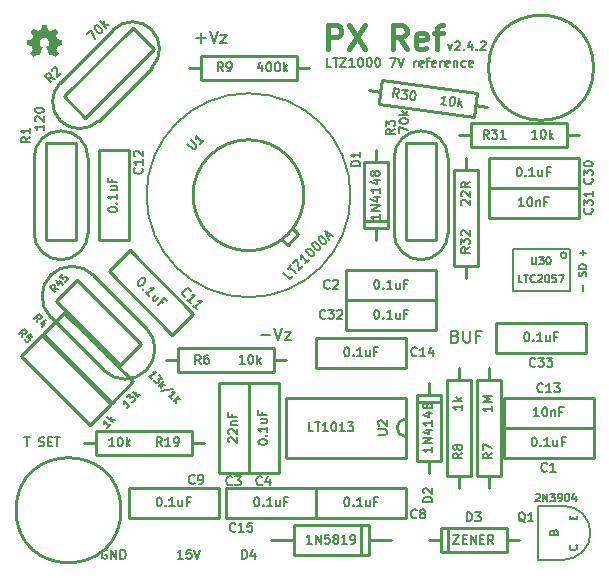
<source format=gto>
G04 (created by PCBNEW (22-Jun-2014 BZR 4027)-stable) date Sat 23 Jun 2018 11:20:16 PM CDT*
%MOIN*%
G04 Gerber Fmt 3.4, Leading zero omitted, Abs format*
%FSLAX34Y34*%
G01*
G70*
G90*
G04 APERTURE LIST*
%ADD10C,0.00590551*%
%ADD11C,0.005*%
%ADD12C,0.008*%
%ADD13C,0.006*%
%ADD14C,0.00787402*%
%ADD15C,0.007*%
%ADD16C,0.016*%
%ADD17C,0.01*%
%ADD18C,0.0001*%
G04 APERTURE END LIST*
G54D10*
G54D11*
X96905Y-35684D02*
X96905Y-35494D01*
X96989Y-35196D02*
X97001Y-35160D01*
X97001Y-35101D01*
X96989Y-35077D01*
X96977Y-35065D01*
X96953Y-35053D01*
X96929Y-35053D01*
X96905Y-35065D01*
X96894Y-35077D01*
X96882Y-35101D01*
X96870Y-35148D01*
X96858Y-35172D01*
X96846Y-35184D01*
X96822Y-35196D01*
X96798Y-35196D01*
X96775Y-35184D01*
X96763Y-35172D01*
X96751Y-35148D01*
X96751Y-35089D01*
X96763Y-35053D01*
X97001Y-34946D02*
X96751Y-34946D01*
X96751Y-34886D01*
X96763Y-34851D01*
X96786Y-34827D01*
X96810Y-34815D01*
X96858Y-34803D01*
X96894Y-34803D01*
X96941Y-34815D01*
X96965Y-34827D01*
X96989Y-34851D01*
X97001Y-34886D01*
X97001Y-34946D01*
X96905Y-34505D02*
X96905Y-34315D01*
X97001Y-34410D02*
X96810Y-34410D01*
G54D12*
X92647Y-37202D02*
X92704Y-37221D01*
X92723Y-37240D01*
X92742Y-37278D01*
X92742Y-37335D01*
X92723Y-37373D01*
X92704Y-37392D01*
X92666Y-37411D01*
X92514Y-37411D01*
X92514Y-37011D01*
X92647Y-37011D01*
X92685Y-37030D01*
X92704Y-37050D01*
X92723Y-37088D01*
X92723Y-37126D01*
X92704Y-37164D01*
X92685Y-37183D01*
X92647Y-37202D01*
X92514Y-37202D01*
X92914Y-37011D02*
X92914Y-37335D01*
X92933Y-37373D01*
X92952Y-37392D01*
X92990Y-37411D01*
X93066Y-37411D01*
X93104Y-37392D01*
X93123Y-37373D01*
X93142Y-37335D01*
X93142Y-37011D01*
X93466Y-37202D02*
X93333Y-37202D01*
X93333Y-37411D02*
X93333Y-37011D01*
X93523Y-37011D01*
G54D13*
X78278Y-40571D02*
X78450Y-40571D01*
X78364Y-40871D02*
X78364Y-40571D01*
X78764Y-40857D02*
X78807Y-40871D01*
X78878Y-40871D01*
X78907Y-40857D01*
X78921Y-40842D01*
X78935Y-40814D01*
X78935Y-40785D01*
X78921Y-40757D01*
X78907Y-40742D01*
X78878Y-40728D01*
X78821Y-40714D01*
X78792Y-40700D01*
X78778Y-40685D01*
X78764Y-40657D01*
X78764Y-40628D01*
X78778Y-40600D01*
X78792Y-40585D01*
X78821Y-40571D01*
X78892Y-40571D01*
X78935Y-40585D01*
X79064Y-40714D02*
X79164Y-40714D01*
X79207Y-40871D02*
X79064Y-40871D01*
X79064Y-40571D01*
X79207Y-40571D01*
X79292Y-40571D02*
X79464Y-40571D01*
X79378Y-40871D02*
X79378Y-40571D01*
G54D14*
X89150Y-32500D02*
G75*
G03X89150Y-32500I-3400J0D01*
G74*
G01*
G54D13*
X92392Y-27471D02*
X92464Y-27671D01*
X92535Y-27471D01*
X92635Y-27400D02*
X92650Y-27385D01*
X92678Y-27371D01*
X92750Y-27371D01*
X92778Y-27385D01*
X92792Y-27400D01*
X92807Y-27428D01*
X92807Y-27457D01*
X92792Y-27500D01*
X92621Y-27671D01*
X92807Y-27671D01*
X92935Y-27642D02*
X92949Y-27657D01*
X92935Y-27671D01*
X92921Y-27657D01*
X92935Y-27642D01*
X92935Y-27671D01*
X93207Y-27471D02*
X93207Y-27671D01*
X93135Y-27357D02*
X93064Y-27571D01*
X93249Y-27571D01*
X93364Y-27642D02*
X93378Y-27657D01*
X93364Y-27671D01*
X93349Y-27657D01*
X93364Y-27642D01*
X93364Y-27671D01*
X93492Y-27400D02*
X93507Y-27385D01*
X93535Y-27371D01*
X93607Y-27371D01*
X93635Y-27385D01*
X93649Y-27400D01*
X93664Y-27428D01*
X93664Y-27457D01*
X93649Y-27500D01*
X93478Y-27671D01*
X93664Y-27671D01*
G54D15*
X88514Y-28221D02*
X88371Y-28221D01*
X88371Y-27921D01*
X88571Y-27921D02*
X88742Y-27921D01*
X88657Y-28221D02*
X88657Y-27921D01*
X88814Y-27921D02*
X89014Y-27921D01*
X88814Y-28221D01*
X89014Y-28221D01*
X89285Y-28221D02*
X89114Y-28221D01*
X89199Y-28221D02*
X89199Y-27921D01*
X89171Y-27964D01*
X89142Y-27992D01*
X89114Y-28007D01*
X89471Y-27921D02*
X89499Y-27921D01*
X89528Y-27935D01*
X89542Y-27950D01*
X89557Y-27978D01*
X89571Y-28035D01*
X89571Y-28107D01*
X89557Y-28164D01*
X89542Y-28192D01*
X89528Y-28207D01*
X89499Y-28221D01*
X89471Y-28221D01*
X89442Y-28207D01*
X89428Y-28192D01*
X89414Y-28164D01*
X89399Y-28107D01*
X89399Y-28035D01*
X89414Y-27978D01*
X89428Y-27950D01*
X89442Y-27935D01*
X89471Y-27921D01*
X89757Y-27921D02*
X89785Y-27921D01*
X89814Y-27935D01*
X89828Y-27950D01*
X89842Y-27978D01*
X89857Y-28035D01*
X89857Y-28107D01*
X89842Y-28164D01*
X89828Y-28192D01*
X89814Y-28207D01*
X89785Y-28221D01*
X89757Y-28221D01*
X89728Y-28207D01*
X89714Y-28192D01*
X89699Y-28164D01*
X89685Y-28107D01*
X89685Y-28035D01*
X89699Y-27978D01*
X89714Y-27950D01*
X89728Y-27935D01*
X89757Y-27921D01*
X90042Y-27921D02*
X90071Y-27921D01*
X90099Y-27935D01*
X90114Y-27950D01*
X90128Y-27978D01*
X90142Y-28035D01*
X90142Y-28107D01*
X90128Y-28164D01*
X90114Y-28192D01*
X90099Y-28207D01*
X90071Y-28221D01*
X90042Y-28221D01*
X90014Y-28207D01*
X89999Y-28192D01*
X89985Y-28164D01*
X89971Y-28107D01*
X89971Y-28035D01*
X89985Y-27978D01*
X89999Y-27950D01*
X90014Y-27935D01*
X90042Y-27921D01*
X90471Y-27921D02*
X90671Y-27921D01*
X90542Y-28221D01*
X90742Y-27921D02*
X90842Y-28221D01*
X90942Y-27921D01*
X91271Y-28221D02*
X91271Y-28021D01*
X91271Y-28078D02*
X91285Y-28050D01*
X91299Y-28035D01*
X91328Y-28021D01*
X91357Y-28021D01*
X91571Y-28207D02*
X91542Y-28221D01*
X91485Y-28221D01*
X91457Y-28207D01*
X91442Y-28178D01*
X91442Y-28064D01*
X91457Y-28035D01*
X91485Y-28021D01*
X91542Y-28021D01*
X91571Y-28035D01*
X91585Y-28064D01*
X91585Y-28092D01*
X91442Y-28121D01*
X91671Y-28021D02*
X91785Y-28021D01*
X91714Y-28221D02*
X91714Y-27964D01*
X91728Y-27935D01*
X91757Y-27921D01*
X91785Y-27921D01*
X91999Y-28207D02*
X91971Y-28221D01*
X91914Y-28221D01*
X91885Y-28207D01*
X91871Y-28178D01*
X91871Y-28064D01*
X91885Y-28035D01*
X91914Y-28021D01*
X91971Y-28021D01*
X91999Y-28035D01*
X92014Y-28064D01*
X92014Y-28092D01*
X91871Y-28121D01*
X92142Y-28221D02*
X92142Y-28021D01*
X92142Y-28078D02*
X92157Y-28050D01*
X92171Y-28035D01*
X92199Y-28021D01*
X92228Y-28021D01*
X92442Y-28207D02*
X92414Y-28221D01*
X92357Y-28221D01*
X92328Y-28207D01*
X92314Y-28178D01*
X92314Y-28064D01*
X92328Y-28035D01*
X92357Y-28021D01*
X92414Y-28021D01*
X92442Y-28035D01*
X92457Y-28064D01*
X92457Y-28092D01*
X92314Y-28121D01*
X92585Y-28021D02*
X92585Y-28221D01*
X92585Y-28050D02*
X92599Y-28035D01*
X92628Y-28021D01*
X92671Y-28021D01*
X92699Y-28035D01*
X92714Y-28064D01*
X92714Y-28221D01*
X92985Y-28207D02*
X92957Y-28221D01*
X92899Y-28221D01*
X92871Y-28207D01*
X92857Y-28192D01*
X92842Y-28164D01*
X92842Y-28078D01*
X92857Y-28050D01*
X92871Y-28035D01*
X92899Y-28021D01*
X92957Y-28021D01*
X92985Y-28035D01*
X93228Y-28207D02*
X93199Y-28221D01*
X93142Y-28221D01*
X93114Y-28207D01*
X93099Y-28178D01*
X93099Y-28064D01*
X93114Y-28035D01*
X93142Y-28021D01*
X93199Y-28021D01*
X93228Y-28035D01*
X93242Y-28064D01*
X93242Y-28092D01*
X93099Y-28121D01*
G54D16*
X88390Y-27623D02*
X88390Y-26823D01*
X88695Y-26823D01*
X88771Y-26861D01*
X88809Y-26900D01*
X88847Y-26976D01*
X88847Y-27090D01*
X88809Y-27166D01*
X88771Y-27204D01*
X88695Y-27242D01*
X88390Y-27242D01*
X89114Y-26823D02*
X89647Y-27623D01*
X89647Y-26823D02*
X89114Y-27623D01*
X91019Y-27623D02*
X90752Y-27242D01*
X90561Y-27623D02*
X90561Y-26823D01*
X90866Y-26823D01*
X90942Y-26861D01*
X90980Y-26900D01*
X91019Y-26976D01*
X91019Y-27090D01*
X90980Y-27166D01*
X90942Y-27204D01*
X90866Y-27242D01*
X90561Y-27242D01*
X91666Y-27585D02*
X91590Y-27623D01*
X91438Y-27623D01*
X91361Y-27585D01*
X91323Y-27509D01*
X91323Y-27204D01*
X91361Y-27128D01*
X91438Y-27090D01*
X91590Y-27090D01*
X91666Y-27128D01*
X91704Y-27204D01*
X91704Y-27280D01*
X91323Y-27357D01*
X91933Y-27090D02*
X92238Y-27090D01*
X92047Y-27623D02*
X92047Y-26938D01*
X92085Y-26861D01*
X92161Y-26823D01*
X92238Y-26823D01*
G54D13*
X81021Y-44335D02*
X80992Y-44321D01*
X80950Y-44321D01*
X80907Y-44335D01*
X80878Y-44364D01*
X80864Y-44392D01*
X80850Y-44450D01*
X80850Y-44492D01*
X80864Y-44550D01*
X80878Y-44578D01*
X80907Y-44607D01*
X80950Y-44621D01*
X80978Y-44621D01*
X81021Y-44607D01*
X81035Y-44592D01*
X81035Y-44492D01*
X80978Y-44492D01*
X81164Y-44621D02*
X81164Y-44321D01*
X81335Y-44621D01*
X81335Y-44321D01*
X81478Y-44621D02*
X81478Y-44321D01*
X81550Y-44321D01*
X81592Y-44335D01*
X81621Y-44364D01*
X81635Y-44392D01*
X81650Y-44450D01*
X81650Y-44492D01*
X81635Y-44550D01*
X81621Y-44578D01*
X81592Y-44607D01*
X81550Y-44621D01*
X81478Y-44621D01*
X83564Y-44621D02*
X83392Y-44621D01*
X83478Y-44621D02*
X83478Y-44321D01*
X83450Y-44364D01*
X83421Y-44392D01*
X83392Y-44407D01*
X83835Y-44321D02*
X83692Y-44321D01*
X83678Y-44464D01*
X83692Y-44450D01*
X83721Y-44435D01*
X83792Y-44435D01*
X83821Y-44450D01*
X83835Y-44464D01*
X83850Y-44492D01*
X83850Y-44564D01*
X83835Y-44592D01*
X83821Y-44607D01*
X83792Y-44621D01*
X83721Y-44621D01*
X83692Y-44607D01*
X83678Y-44592D01*
X83935Y-44321D02*
X84035Y-44621D01*
X84135Y-44321D01*
G54D12*
X86164Y-37159D02*
X86469Y-37159D01*
X86602Y-36911D02*
X86735Y-37311D01*
X86869Y-36911D01*
X86964Y-37045D02*
X87173Y-37045D01*
X86964Y-37311D01*
X87173Y-37311D01*
X84014Y-27259D02*
X84319Y-27259D01*
X84166Y-27411D02*
X84166Y-27107D01*
X84452Y-27011D02*
X84585Y-27411D01*
X84719Y-27011D01*
X84814Y-27145D02*
X85023Y-27145D01*
X84814Y-27411D01*
X85023Y-27411D01*
G54D10*
X96250Y-42850D02*
X95400Y-42850D01*
X95400Y-42850D02*
X95400Y-44650D01*
X95400Y-44650D02*
X96250Y-44650D01*
X96250Y-44650D02*
G75*
G03X97150Y-43750I0J900D01*
G74*
G01*
X97150Y-43750D02*
G75*
G03X96250Y-42850I-900J0D01*
G74*
G01*
G54D17*
X92750Y-38250D02*
X92750Y-38650D01*
X92750Y-38650D02*
X93150Y-38650D01*
X93150Y-38650D02*
X93150Y-41850D01*
X93150Y-41850D02*
X92350Y-41850D01*
X92350Y-41850D02*
X92350Y-38650D01*
X92350Y-38650D02*
X92750Y-38650D01*
X92750Y-42250D02*
X92750Y-41850D01*
X93750Y-42250D02*
X93750Y-41850D01*
X93750Y-41850D02*
X93350Y-41850D01*
X93350Y-41850D02*
X93350Y-38650D01*
X93350Y-38650D02*
X94150Y-38650D01*
X94150Y-38650D02*
X94150Y-41850D01*
X94150Y-41850D02*
X93750Y-41850D01*
X93750Y-38250D02*
X93750Y-38650D01*
X83000Y-38000D02*
X83400Y-38000D01*
X83400Y-38000D02*
X83400Y-37600D01*
X83400Y-37600D02*
X86600Y-37600D01*
X86600Y-37600D02*
X86600Y-38400D01*
X86600Y-38400D02*
X83400Y-38400D01*
X83400Y-38400D02*
X83400Y-38000D01*
X87000Y-38000D02*
X86600Y-38000D01*
X83750Y-28250D02*
X84150Y-28250D01*
X84150Y-28250D02*
X84150Y-27850D01*
X84150Y-27850D02*
X87350Y-27850D01*
X87350Y-27850D02*
X87350Y-28650D01*
X87350Y-28650D02*
X84150Y-28650D01*
X84150Y-28650D02*
X84150Y-28250D01*
X87750Y-28250D02*
X87350Y-28250D01*
X84250Y-40750D02*
X83850Y-40750D01*
X83850Y-40750D02*
X83850Y-41150D01*
X83850Y-41150D02*
X80650Y-41150D01*
X80650Y-41150D02*
X80650Y-40350D01*
X80650Y-40350D02*
X83850Y-40350D01*
X83850Y-40350D02*
X83850Y-40750D01*
X80250Y-40750D02*
X80650Y-40750D01*
X90700Y-40250D02*
G75*
G03X91000Y-40550I300J0D01*
G74*
G01*
X91000Y-39950D02*
G75*
G03X90700Y-40250I0J-300D01*
G74*
G01*
X91000Y-41250D02*
X87000Y-41250D01*
X87000Y-41250D02*
X87000Y-39250D01*
X87000Y-39250D02*
X91000Y-39250D01*
X91000Y-39250D02*
X91000Y-41250D01*
X97250Y-28250D02*
G75*
G03X97250Y-28250I-1750J0D01*
G74*
G01*
X97250Y-40250D02*
X97250Y-41250D01*
X94250Y-40250D02*
X94250Y-41250D01*
X97250Y-41250D02*
X94250Y-41250D01*
X94250Y-40250D02*
X97250Y-40250D01*
X89000Y-37000D02*
X89000Y-36000D01*
X92000Y-37000D02*
X92000Y-36000D01*
X89000Y-36000D02*
X92000Y-36000D01*
X92000Y-37000D02*
X89000Y-37000D01*
X84750Y-38750D02*
X85750Y-38750D01*
X84750Y-41750D02*
X85750Y-41750D01*
X85750Y-38750D02*
X85750Y-41750D01*
X84750Y-41750D02*
X84750Y-38750D01*
X85750Y-38750D02*
X86750Y-38750D01*
X85750Y-41750D02*
X86750Y-41750D01*
X86750Y-38750D02*
X86750Y-41750D01*
X85750Y-41750D02*
X85750Y-38750D01*
X91000Y-42250D02*
X91000Y-43250D01*
X88000Y-42250D02*
X88000Y-43250D01*
X91000Y-43250D02*
X88000Y-43250D01*
X88000Y-42250D02*
X91000Y-42250D01*
X83914Y-36457D02*
X83207Y-37164D01*
X81792Y-34335D02*
X81085Y-35042D01*
X83207Y-37164D02*
X81085Y-35042D01*
X81792Y-34335D02*
X83914Y-36457D01*
X81750Y-34000D02*
X80750Y-34000D01*
X81750Y-31000D02*
X80750Y-31000D01*
X80750Y-34000D02*
X80750Y-31000D01*
X81750Y-31000D02*
X81750Y-34000D01*
X94250Y-40250D02*
X94250Y-39250D01*
X97250Y-40250D02*
X97250Y-39250D01*
X94250Y-39250D02*
X97250Y-39250D01*
X97250Y-40250D02*
X94250Y-40250D01*
X88000Y-38250D02*
X88000Y-37250D01*
X91000Y-38250D02*
X91000Y-37250D01*
X88000Y-37250D02*
X91000Y-37250D01*
X91000Y-38250D02*
X88000Y-38250D01*
X85000Y-43250D02*
X85000Y-42250D01*
X88000Y-43250D02*
X88000Y-42250D01*
X85000Y-42250D02*
X88000Y-42250D01*
X88000Y-43250D02*
X85000Y-43250D01*
X86500Y-44000D02*
X87250Y-44000D01*
X89750Y-44000D02*
X90500Y-44000D01*
X89500Y-43500D02*
X89500Y-44500D01*
X87250Y-44500D02*
X89750Y-44500D01*
X87250Y-43500D02*
X87250Y-44500D01*
X89750Y-43500D02*
X89750Y-44500D01*
X87250Y-43500D02*
X89750Y-43500D01*
X91750Y-41350D02*
X91750Y-41750D01*
X91750Y-39150D02*
X91750Y-38750D01*
X92150Y-41350D02*
X92150Y-39150D01*
X91350Y-39150D02*
X91350Y-41350D01*
X91350Y-39400D02*
X92150Y-39400D01*
X91750Y-39150D02*
X91350Y-39150D01*
X91350Y-41350D02*
X91750Y-41350D01*
X91750Y-41350D02*
X92150Y-41350D01*
X92150Y-39150D02*
X91750Y-39150D01*
X90000Y-31400D02*
X90000Y-31000D01*
X90000Y-33600D02*
X90000Y-34000D01*
X89600Y-31400D02*
X89600Y-33600D01*
X90400Y-33600D02*
X90400Y-31400D01*
X90400Y-33350D02*
X89600Y-33350D01*
X90000Y-33600D02*
X90400Y-33600D01*
X90400Y-31400D02*
X90000Y-31400D01*
X90000Y-31400D02*
X89600Y-31400D01*
X89600Y-33600D02*
X90000Y-33600D01*
X94350Y-44000D02*
X94750Y-44000D01*
X92150Y-44000D02*
X91750Y-44000D01*
X94350Y-43600D02*
X92150Y-43600D01*
X92150Y-44400D02*
X94350Y-44400D01*
X92400Y-44400D02*
X92400Y-43600D01*
X92150Y-44000D02*
X92150Y-44400D01*
X94350Y-44400D02*
X94350Y-44000D01*
X94350Y-44000D02*
X94350Y-43600D01*
X92150Y-43600D02*
X92150Y-44000D01*
X79585Y-29207D02*
X81883Y-26909D01*
X82590Y-27616D02*
X80292Y-29914D01*
X79479Y-28747D02*
X81247Y-26979D01*
X82520Y-28252D02*
X80752Y-30020D01*
X79479Y-30020D02*
G75*
G03X80752Y-30020I636J636D01*
G74*
G01*
X79479Y-28747D02*
G75*
G03X79479Y-30020I636J-636D01*
G74*
G01*
X82520Y-26979D02*
G75*
G03X81247Y-26979I-636J-636D01*
G74*
G01*
X82520Y-28252D02*
G75*
G03X82520Y-26979I-636J636D01*
G74*
G01*
X79479Y-30020D02*
G75*
G03X80752Y-30020I636J636D01*
G74*
G01*
X80292Y-29914D02*
X79585Y-29207D01*
X81883Y-26909D02*
X82590Y-27616D01*
X79000Y-34000D02*
X79000Y-30750D01*
X80000Y-30750D02*
X80000Y-34000D01*
X78600Y-33750D02*
X78600Y-31250D01*
X80400Y-31250D02*
X80400Y-33750D01*
X79500Y-34650D02*
G75*
G03X80400Y-33750I0J900D01*
G74*
G01*
X78600Y-33750D02*
G75*
G03X79500Y-34650I900J0D01*
G74*
G01*
X79500Y-30350D02*
G75*
G03X78600Y-31250I0J-900D01*
G74*
G01*
X80400Y-31250D02*
G75*
G03X79500Y-30350I-900J0D01*
G74*
G01*
X79500Y-34650D02*
G75*
G03X80400Y-33750I0J900D01*
G74*
G01*
X80000Y-34000D02*
X79000Y-34000D01*
X79000Y-30750D02*
X80000Y-30750D01*
X91000Y-34000D02*
X91000Y-30750D01*
X92000Y-30750D02*
X92000Y-34000D01*
X90600Y-33750D02*
X90600Y-31250D01*
X92400Y-31250D02*
X92400Y-33750D01*
X91500Y-34650D02*
G75*
G03X92400Y-33750I0J900D01*
G74*
G01*
X90600Y-33750D02*
G75*
G03X91500Y-34650I900J0D01*
G74*
G01*
X91500Y-30350D02*
G75*
G03X90600Y-31250I0J-900D01*
G74*
G01*
X92400Y-31250D02*
G75*
G03X91500Y-30350I-900J0D01*
G74*
G01*
X91500Y-34650D02*
G75*
G03X92400Y-33750I0J900D01*
G74*
G01*
X92000Y-34000D02*
X91000Y-34000D01*
X91000Y-30750D02*
X92000Y-30750D01*
X81500Y-43000D02*
G75*
G03X81500Y-43000I-1750J0D01*
G74*
G01*
G54D11*
X96350Y-34500D02*
G75*
G03X96350Y-34500I-100J0D01*
G74*
G01*
X94550Y-35700D02*
X94550Y-34300D01*
X96450Y-35700D02*
X96450Y-34300D01*
X96450Y-34300D02*
X94550Y-34300D01*
X96450Y-35700D02*
X94550Y-35700D01*
G54D17*
X89750Y-29000D02*
X90146Y-29055D01*
X90146Y-29055D02*
X90201Y-28659D01*
X90201Y-28659D02*
X93370Y-29104D01*
X93370Y-29104D02*
X93259Y-29897D01*
X93259Y-29897D02*
X90090Y-29451D01*
X90090Y-29451D02*
X90146Y-29055D01*
X93711Y-29556D02*
X93314Y-29501D01*
X96750Y-30500D02*
X96350Y-30500D01*
X96350Y-30500D02*
X96350Y-30900D01*
X96350Y-30900D02*
X93150Y-30900D01*
X93150Y-30900D02*
X93150Y-30100D01*
X93150Y-30100D02*
X96350Y-30100D01*
X96350Y-30100D02*
X96350Y-30500D01*
X92750Y-30500D02*
X93150Y-30500D01*
X93000Y-31250D02*
X93000Y-31650D01*
X93000Y-31650D02*
X93400Y-31650D01*
X93400Y-31650D02*
X93400Y-34850D01*
X93400Y-34850D02*
X92600Y-34850D01*
X92600Y-34850D02*
X92600Y-31650D01*
X92600Y-31650D02*
X93000Y-31650D01*
X93000Y-35250D02*
X93000Y-34850D01*
X96750Y-31250D02*
X96750Y-32250D01*
X93750Y-31250D02*
X93750Y-32250D01*
X96750Y-32250D02*
X93750Y-32250D01*
X93750Y-31250D02*
X96750Y-31250D01*
X93750Y-33250D02*
X93750Y-32250D01*
X96750Y-33250D02*
X96750Y-32250D01*
X93750Y-32250D02*
X96750Y-32250D01*
X96750Y-33250D02*
X93750Y-33250D01*
X94000Y-37750D02*
X94000Y-36750D01*
X97000Y-37750D02*
X97000Y-36750D01*
X94000Y-36750D02*
X97000Y-36750D01*
X97000Y-37750D02*
X94000Y-37750D01*
X78909Y-37116D02*
X81207Y-39414D01*
X79616Y-36409D02*
X81914Y-38707D01*
X81914Y-38707D02*
X81207Y-39414D01*
X78909Y-37116D02*
X79616Y-36409D01*
X78159Y-37866D02*
X80457Y-40164D01*
X78866Y-37159D02*
X81164Y-39457D01*
X81164Y-39457D02*
X80457Y-40164D01*
X78159Y-37866D02*
X78866Y-37159D01*
X80042Y-35335D02*
X82164Y-37457D01*
X82164Y-37457D02*
X81457Y-38164D01*
X81457Y-38164D02*
X79335Y-36042D01*
X79335Y-36042D02*
X80042Y-35335D01*
X79159Y-36573D02*
X80926Y-38340D01*
X80573Y-35159D02*
X82340Y-36926D01*
X80926Y-38340D02*
G75*
G03X82340Y-38340I707J707D01*
G74*
G01*
X82340Y-38340D02*
G75*
G03X82340Y-36926I-707J707D01*
G74*
G01*
X80573Y-35159D02*
G75*
G03X79159Y-35159I-707J-707D01*
G74*
G01*
X79159Y-35159D02*
G75*
G03X79159Y-36573I707J-707D01*
G74*
G01*
G54D18*
G36*
X78592Y-27880D02*
X78599Y-27877D01*
X78612Y-27868D01*
X78632Y-27855D01*
X78655Y-27840D01*
X78679Y-27824D01*
X78698Y-27811D01*
X78712Y-27802D01*
X78717Y-27799D01*
X78720Y-27800D01*
X78731Y-27806D01*
X78747Y-27814D01*
X78757Y-27819D01*
X78772Y-27825D01*
X78779Y-27827D01*
X78780Y-27825D01*
X78786Y-27813D01*
X78794Y-27794D01*
X78805Y-27768D01*
X78818Y-27738D01*
X78832Y-27706D01*
X78845Y-27673D01*
X78858Y-27642D01*
X78870Y-27613D01*
X78879Y-27590D01*
X78885Y-27574D01*
X78888Y-27567D01*
X78887Y-27566D01*
X78880Y-27559D01*
X78867Y-27549D01*
X78839Y-27526D01*
X78811Y-27492D01*
X78794Y-27453D01*
X78789Y-27409D01*
X78793Y-27369D01*
X78809Y-27331D01*
X78836Y-27296D01*
X78869Y-27270D01*
X78907Y-27254D01*
X78950Y-27249D01*
X78991Y-27253D01*
X79030Y-27269D01*
X79065Y-27295D01*
X79080Y-27312D01*
X79100Y-27348D01*
X79112Y-27385D01*
X79113Y-27394D01*
X79111Y-27436D01*
X79099Y-27476D01*
X79077Y-27511D01*
X79047Y-27540D01*
X79043Y-27543D01*
X79029Y-27554D01*
X79019Y-27561D01*
X79012Y-27567D01*
X79065Y-27694D01*
X79073Y-27714D01*
X79088Y-27749D01*
X79100Y-27779D01*
X79111Y-27803D01*
X79118Y-27819D01*
X79121Y-27825D01*
X79121Y-27825D01*
X79126Y-27826D01*
X79135Y-27823D01*
X79153Y-27814D01*
X79165Y-27808D01*
X79178Y-27802D01*
X79184Y-27799D01*
X79190Y-27802D01*
X79203Y-27810D01*
X79221Y-27823D01*
X79244Y-27838D01*
X79266Y-27853D01*
X79286Y-27866D01*
X79300Y-27876D01*
X79307Y-27879D01*
X79308Y-27879D01*
X79315Y-27876D01*
X79326Y-27866D01*
X79343Y-27850D01*
X79368Y-27826D01*
X79372Y-27822D01*
X79392Y-27802D01*
X79408Y-27784D01*
X79419Y-27772D01*
X79423Y-27767D01*
X79423Y-27767D01*
X79419Y-27760D01*
X79410Y-27745D01*
X79397Y-27725D01*
X79381Y-27701D01*
X79339Y-27640D01*
X79362Y-27583D01*
X79369Y-27565D01*
X79378Y-27543D01*
X79385Y-27528D01*
X79388Y-27521D01*
X79395Y-27519D01*
X79410Y-27515D01*
X79433Y-27511D01*
X79461Y-27506D01*
X79487Y-27501D01*
X79510Y-27496D01*
X79527Y-27493D01*
X79535Y-27492D01*
X79537Y-27490D01*
X79538Y-27487D01*
X79539Y-27479D01*
X79540Y-27464D01*
X79540Y-27442D01*
X79540Y-27409D01*
X79540Y-27406D01*
X79540Y-27375D01*
X79539Y-27350D01*
X79538Y-27335D01*
X79537Y-27328D01*
X79537Y-27328D01*
X79530Y-27326D01*
X79513Y-27323D01*
X79490Y-27318D01*
X79462Y-27313D01*
X79460Y-27313D01*
X79432Y-27307D01*
X79409Y-27302D01*
X79392Y-27299D01*
X79385Y-27296D01*
X79384Y-27294D01*
X79378Y-27283D01*
X79370Y-27266D01*
X79361Y-27245D01*
X79352Y-27223D01*
X79344Y-27203D01*
X79339Y-27189D01*
X79337Y-27182D01*
X79337Y-27182D01*
X79341Y-27175D01*
X79351Y-27161D01*
X79365Y-27141D01*
X79381Y-27117D01*
X79382Y-27115D01*
X79398Y-27091D01*
X79411Y-27071D01*
X79420Y-27057D01*
X79423Y-27051D01*
X79423Y-27050D01*
X79418Y-27043D01*
X79406Y-27030D01*
X79388Y-27012D01*
X79368Y-26991D01*
X79361Y-26985D01*
X79338Y-26962D01*
X79322Y-26948D01*
X79312Y-26940D01*
X79308Y-26938D01*
X79307Y-26938D01*
X79300Y-26942D01*
X79285Y-26952D01*
X79265Y-26966D01*
X79241Y-26982D01*
X79240Y-26983D01*
X79216Y-26999D01*
X79196Y-27013D01*
X79182Y-27022D01*
X79176Y-27025D01*
X79175Y-27025D01*
X79166Y-27023D01*
X79149Y-27017D01*
X79128Y-27009D01*
X79106Y-27000D01*
X79086Y-26992D01*
X79072Y-26985D01*
X79065Y-26981D01*
X79064Y-26981D01*
X79062Y-26972D01*
X79058Y-26954D01*
X79053Y-26930D01*
X79047Y-26901D01*
X79046Y-26897D01*
X79041Y-26868D01*
X79037Y-26845D01*
X79033Y-26829D01*
X79032Y-26822D01*
X79028Y-26822D01*
X79014Y-26821D01*
X78993Y-26820D01*
X78967Y-26820D01*
X78941Y-26820D01*
X78915Y-26820D01*
X78893Y-26821D01*
X78877Y-26822D01*
X78870Y-26824D01*
X78870Y-26824D01*
X78868Y-26833D01*
X78864Y-26850D01*
X78859Y-26875D01*
X78853Y-26904D01*
X78852Y-26909D01*
X78847Y-26937D01*
X78842Y-26960D01*
X78839Y-26976D01*
X78837Y-26982D01*
X78835Y-26983D01*
X78823Y-26989D01*
X78804Y-26996D01*
X78781Y-27006D01*
X78727Y-27028D01*
X78661Y-26982D01*
X78655Y-26978D01*
X78631Y-26962D01*
X78611Y-26949D01*
X78597Y-26940D01*
X78592Y-26937D01*
X78591Y-26937D01*
X78585Y-26943D01*
X78572Y-26955D01*
X78554Y-26973D01*
X78533Y-26993D01*
X78517Y-27009D01*
X78499Y-27027D01*
X78488Y-27040D01*
X78481Y-27048D01*
X78479Y-27053D01*
X78480Y-27056D01*
X78484Y-27063D01*
X78494Y-27077D01*
X78507Y-27098D01*
X78523Y-27121D01*
X78537Y-27141D01*
X78551Y-27163D01*
X78560Y-27179D01*
X78564Y-27186D01*
X78563Y-27190D01*
X78558Y-27203D01*
X78550Y-27222D01*
X78540Y-27246D01*
X78517Y-27298D01*
X78483Y-27305D01*
X78462Y-27309D01*
X78433Y-27314D01*
X78405Y-27320D01*
X78361Y-27328D01*
X78360Y-27487D01*
X78367Y-27490D01*
X78373Y-27492D01*
X78389Y-27496D01*
X78412Y-27500D01*
X78439Y-27505D01*
X78463Y-27510D01*
X78486Y-27514D01*
X78503Y-27517D01*
X78510Y-27519D01*
X78512Y-27521D01*
X78518Y-27533D01*
X78526Y-27551D01*
X78535Y-27572D01*
X78545Y-27595D01*
X78553Y-27615D01*
X78559Y-27631D01*
X78561Y-27639D01*
X78558Y-27645D01*
X78549Y-27659D01*
X78536Y-27679D01*
X78520Y-27702D01*
X78504Y-27725D01*
X78491Y-27745D01*
X78481Y-27759D01*
X78478Y-27766D01*
X78480Y-27770D01*
X78489Y-27781D01*
X78506Y-27799D01*
X78532Y-27825D01*
X78537Y-27829D01*
X78557Y-27849D01*
X78575Y-27865D01*
X78587Y-27876D01*
X78592Y-27880D01*
X78592Y-27880D01*
G37*
G54D17*
X87600Y-32500D02*
G75*
G03X87600Y-32500I-1850J0D01*
G74*
G01*
X87058Y-34161D02*
X86881Y-33984D01*
X87411Y-33808D02*
X87234Y-33631D01*
X87411Y-33808D02*
X87058Y-34161D01*
X81750Y-43250D02*
X81750Y-42250D01*
X84750Y-43250D02*
X84750Y-42250D01*
X81750Y-42250D02*
X84750Y-42250D01*
X84750Y-43250D02*
X81750Y-43250D01*
X89000Y-36000D02*
X89000Y-35000D01*
X92000Y-36000D02*
X92000Y-35000D01*
X89000Y-35000D02*
X92000Y-35000D01*
X92000Y-36000D02*
X89000Y-36000D01*
G54D13*
X94971Y-43400D02*
X94942Y-43385D01*
X94914Y-43357D01*
X94871Y-43314D01*
X94842Y-43300D01*
X94814Y-43300D01*
X94828Y-43371D02*
X94800Y-43357D01*
X94771Y-43328D01*
X94757Y-43271D01*
X94757Y-43171D01*
X94771Y-43114D01*
X94800Y-43085D01*
X94828Y-43071D01*
X94885Y-43071D01*
X94914Y-43085D01*
X94942Y-43114D01*
X94957Y-43171D01*
X94957Y-43271D01*
X94942Y-43328D01*
X94914Y-43357D01*
X94885Y-43371D01*
X94828Y-43371D01*
X95242Y-43371D02*
X95071Y-43371D01*
X95157Y-43371D02*
X95157Y-43071D01*
X95128Y-43114D01*
X95100Y-43142D01*
X95071Y-43157D01*
G54D11*
X95321Y-42475D02*
X95333Y-42463D01*
X95357Y-42451D01*
X95416Y-42451D01*
X95440Y-42463D01*
X95452Y-42475D01*
X95464Y-42498D01*
X95464Y-42522D01*
X95452Y-42558D01*
X95309Y-42701D01*
X95464Y-42701D01*
X95571Y-42701D02*
X95571Y-42451D01*
X95714Y-42701D01*
X95714Y-42451D01*
X95809Y-42451D02*
X95964Y-42451D01*
X95880Y-42546D01*
X95916Y-42546D01*
X95940Y-42558D01*
X95952Y-42570D01*
X95964Y-42594D01*
X95964Y-42653D01*
X95952Y-42677D01*
X95940Y-42689D01*
X95916Y-42701D01*
X95845Y-42701D01*
X95821Y-42689D01*
X95809Y-42677D01*
X96083Y-42701D02*
X96130Y-42701D01*
X96154Y-42689D01*
X96166Y-42677D01*
X96190Y-42641D01*
X96202Y-42594D01*
X96202Y-42498D01*
X96190Y-42475D01*
X96178Y-42463D01*
X96154Y-42451D01*
X96107Y-42451D01*
X96083Y-42463D01*
X96071Y-42475D01*
X96059Y-42498D01*
X96059Y-42558D01*
X96071Y-42582D01*
X96083Y-42594D01*
X96107Y-42605D01*
X96154Y-42605D01*
X96178Y-42594D01*
X96190Y-42582D01*
X96202Y-42558D01*
X96357Y-42451D02*
X96380Y-42451D01*
X96404Y-42463D01*
X96416Y-42475D01*
X96428Y-42498D01*
X96440Y-42546D01*
X96440Y-42605D01*
X96428Y-42653D01*
X96416Y-42677D01*
X96404Y-42689D01*
X96380Y-42701D01*
X96357Y-42701D01*
X96333Y-42689D01*
X96321Y-42677D01*
X96309Y-42653D01*
X96297Y-42605D01*
X96297Y-42546D01*
X96309Y-42498D01*
X96321Y-42475D01*
X96333Y-42463D01*
X96357Y-42451D01*
X96654Y-42534D02*
X96654Y-42701D01*
X96595Y-42439D02*
X96535Y-42617D01*
X96690Y-42617D01*
X96570Y-43303D02*
X96570Y-43220D01*
X96701Y-43184D02*
X96701Y-43303D01*
X96451Y-43303D01*
X96451Y-43184D01*
X95920Y-43732D02*
X95932Y-43696D01*
X95944Y-43684D01*
X95967Y-43672D01*
X96003Y-43672D01*
X96027Y-43684D01*
X96039Y-43696D01*
X96051Y-43720D01*
X96051Y-43815D01*
X95801Y-43815D01*
X95801Y-43732D01*
X95813Y-43708D01*
X95825Y-43696D01*
X95848Y-43684D01*
X95872Y-43684D01*
X95896Y-43696D01*
X95908Y-43708D01*
X95920Y-43732D01*
X95920Y-43815D01*
X96677Y-44172D02*
X96689Y-44184D01*
X96701Y-44220D01*
X96701Y-44244D01*
X96689Y-44279D01*
X96665Y-44303D01*
X96641Y-44315D01*
X96594Y-44327D01*
X96558Y-44327D01*
X96510Y-44315D01*
X96486Y-44303D01*
X96463Y-44279D01*
X96451Y-44244D01*
X96451Y-44220D01*
X96463Y-44184D01*
X96475Y-44172D01*
G54D13*
X92871Y-41100D02*
X92728Y-41200D01*
X92871Y-41271D02*
X92571Y-41271D01*
X92571Y-41157D01*
X92585Y-41128D01*
X92600Y-41114D01*
X92628Y-41100D01*
X92671Y-41100D01*
X92700Y-41114D01*
X92714Y-41128D01*
X92728Y-41157D01*
X92728Y-41271D01*
X92700Y-40928D02*
X92685Y-40957D01*
X92671Y-40971D01*
X92642Y-40985D01*
X92628Y-40985D01*
X92600Y-40971D01*
X92585Y-40957D01*
X92571Y-40928D01*
X92571Y-40871D01*
X92585Y-40842D01*
X92600Y-40828D01*
X92628Y-40814D01*
X92642Y-40814D01*
X92671Y-40828D01*
X92685Y-40842D01*
X92700Y-40871D01*
X92700Y-40928D01*
X92714Y-40957D01*
X92728Y-40971D01*
X92757Y-40985D01*
X92814Y-40985D01*
X92842Y-40971D01*
X92857Y-40957D01*
X92871Y-40928D01*
X92871Y-40871D01*
X92857Y-40842D01*
X92842Y-40828D01*
X92814Y-40814D01*
X92757Y-40814D01*
X92728Y-40828D01*
X92714Y-40842D01*
X92700Y-40871D01*
X92871Y-39485D02*
X92871Y-39657D01*
X92871Y-39571D02*
X92571Y-39571D01*
X92614Y-39599D01*
X92642Y-39628D01*
X92657Y-39657D01*
X92871Y-39357D02*
X92571Y-39357D01*
X92757Y-39328D02*
X92871Y-39242D01*
X92671Y-39242D02*
X92785Y-39357D01*
X93871Y-41100D02*
X93728Y-41200D01*
X93871Y-41271D02*
X93571Y-41271D01*
X93571Y-41157D01*
X93585Y-41128D01*
X93600Y-41114D01*
X93628Y-41100D01*
X93671Y-41100D01*
X93700Y-41114D01*
X93714Y-41128D01*
X93728Y-41157D01*
X93728Y-41271D01*
X93571Y-41000D02*
X93571Y-40800D01*
X93871Y-40928D01*
X93871Y-39535D02*
X93871Y-39707D01*
X93871Y-39621D02*
X93571Y-39621D01*
X93614Y-39649D01*
X93642Y-39678D01*
X93657Y-39707D01*
X93871Y-39407D02*
X93571Y-39407D01*
X93785Y-39307D01*
X93571Y-39207D01*
X93871Y-39207D01*
X84150Y-38121D02*
X84050Y-37978D01*
X83978Y-38121D02*
X83978Y-37821D01*
X84092Y-37821D01*
X84121Y-37835D01*
X84135Y-37850D01*
X84150Y-37878D01*
X84150Y-37921D01*
X84135Y-37950D01*
X84121Y-37964D01*
X84092Y-37978D01*
X83978Y-37978D01*
X84407Y-37821D02*
X84350Y-37821D01*
X84321Y-37835D01*
X84307Y-37850D01*
X84278Y-37892D01*
X84264Y-37950D01*
X84264Y-38064D01*
X84278Y-38092D01*
X84292Y-38107D01*
X84321Y-38121D01*
X84378Y-38121D01*
X84407Y-38107D01*
X84421Y-38092D01*
X84435Y-38064D01*
X84435Y-37992D01*
X84421Y-37964D01*
X84407Y-37950D01*
X84378Y-37935D01*
X84321Y-37935D01*
X84292Y-37950D01*
X84278Y-37964D01*
X84264Y-37992D01*
X85621Y-38121D02*
X85450Y-38121D01*
X85535Y-38121D02*
X85535Y-37821D01*
X85507Y-37864D01*
X85478Y-37892D01*
X85450Y-37907D01*
X85807Y-37821D02*
X85835Y-37821D01*
X85864Y-37835D01*
X85878Y-37850D01*
X85892Y-37878D01*
X85907Y-37935D01*
X85907Y-38007D01*
X85892Y-38064D01*
X85878Y-38092D01*
X85864Y-38107D01*
X85835Y-38121D01*
X85807Y-38121D01*
X85778Y-38107D01*
X85764Y-38092D01*
X85750Y-38064D01*
X85735Y-38007D01*
X85735Y-37935D01*
X85750Y-37878D01*
X85764Y-37850D01*
X85778Y-37835D01*
X85807Y-37821D01*
X86035Y-38121D02*
X86035Y-37821D01*
X86064Y-38007D02*
X86150Y-38121D01*
X86150Y-37921D02*
X86035Y-38035D01*
X84900Y-28371D02*
X84800Y-28228D01*
X84728Y-28371D02*
X84728Y-28071D01*
X84842Y-28071D01*
X84871Y-28085D01*
X84885Y-28100D01*
X84900Y-28128D01*
X84900Y-28171D01*
X84885Y-28200D01*
X84871Y-28214D01*
X84842Y-28228D01*
X84728Y-28228D01*
X85042Y-28371D02*
X85100Y-28371D01*
X85128Y-28357D01*
X85142Y-28342D01*
X85171Y-28300D01*
X85185Y-28242D01*
X85185Y-28128D01*
X85171Y-28100D01*
X85157Y-28085D01*
X85128Y-28071D01*
X85071Y-28071D01*
X85042Y-28085D01*
X85028Y-28100D01*
X85014Y-28128D01*
X85014Y-28200D01*
X85028Y-28228D01*
X85042Y-28242D01*
X85071Y-28257D01*
X85128Y-28257D01*
X85157Y-28242D01*
X85171Y-28228D01*
X85185Y-28200D01*
X86200Y-28171D02*
X86200Y-28371D01*
X86128Y-28057D02*
X86057Y-28271D01*
X86242Y-28271D01*
X86414Y-28071D02*
X86442Y-28071D01*
X86471Y-28085D01*
X86485Y-28100D01*
X86500Y-28128D01*
X86514Y-28185D01*
X86514Y-28257D01*
X86500Y-28314D01*
X86485Y-28342D01*
X86471Y-28357D01*
X86442Y-28371D01*
X86414Y-28371D01*
X86385Y-28357D01*
X86371Y-28342D01*
X86357Y-28314D01*
X86342Y-28257D01*
X86342Y-28185D01*
X86357Y-28128D01*
X86371Y-28100D01*
X86385Y-28085D01*
X86414Y-28071D01*
X86700Y-28071D02*
X86728Y-28071D01*
X86757Y-28085D01*
X86771Y-28100D01*
X86785Y-28128D01*
X86800Y-28185D01*
X86800Y-28257D01*
X86785Y-28314D01*
X86771Y-28342D01*
X86757Y-28357D01*
X86728Y-28371D01*
X86700Y-28371D01*
X86671Y-28357D01*
X86657Y-28342D01*
X86642Y-28314D01*
X86628Y-28257D01*
X86628Y-28185D01*
X86642Y-28128D01*
X86657Y-28100D01*
X86671Y-28085D01*
X86700Y-28071D01*
X86928Y-28371D02*
X86928Y-28071D01*
X86957Y-28257D02*
X87042Y-28371D01*
X87042Y-28171D02*
X86928Y-28285D01*
X82857Y-40871D02*
X82757Y-40728D01*
X82685Y-40871D02*
X82685Y-40571D01*
X82800Y-40571D01*
X82828Y-40585D01*
X82842Y-40600D01*
X82857Y-40628D01*
X82857Y-40671D01*
X82842Y-40700D01*
X82828Y-40714D01*
X82800Y-40728D01*
X82685Y-40728D01*
X83142Y-40871D02*
X82971Y-40871D01*
X83057Y-40871D02*
X83057Y-40571D01*
X83028Y-40614D01*
X83000Y-40642D01*
X82971Y-40657D01*
X83285Y-40871D02*
X83342Y-40871D01*
X83371Y-40857D01*
X83385Y-40842D01*
X83414Y-40800D01*
X83428Y-40742D01*
X83428Y-40628D01*
X83414Y-40600D01*
X83400Y-40585D01*
X83371Y-40571D01*
X83314Y-40571D01*
X83285Y-40585D01*
X83271Y-40600D01*
X83257Y-40628D01*
X83257Y-40700D01*
X83271Y-40728D01*
X83285Y-40742D01*
X83314Y-40757D01*
X83371Y-40757D01*
X83400Y-40742D01*
X83414Y-40728D01*
X83428Y-40700D01*
X81271Y-40871D02*
X81100Y-40871D01*
X81185Y-40871D02*
X81185Y-40571D01*
X81157Y-40614D01*
X81128Y-40642D01*
X81100Y-40657D01*
X81457Y-40571D02*
X81485Y-40571D01*
X81514Y-40585D01*
X81528Y-40600D01*
X81542Y-40628D01*
X81557Y-40685D01*
X81557Y-40757D01*
X81542Y-40814D01*
X81528Y-40842D01*
X81514Y-40857D01*
X81485Y-40871D01*
X81457Y-40871D01*
X81428Y-40857D01*
X81414Y-40842D01*
X81400Y-40814D01*
X81385Y-40757D01*
X81385Y-40685D01*
X81400Y-40628D01*
X81414Y-40600D01*
X81428Y-40585D01*
X81457Y-40571D01*
X81685Y-40871D02*
X81685Y-40571D01*
X81714Y-40757D02*
X81800Y-40871D01*
X81800Y-40671D02*
X81685Y-40785D01*
X90071Y-40478D02*
X90314Y-40478D01*
X90342Y-40464D01*
X90357Y-40450D01*
X90371Y-40421D01*
X90371Y-40364D01*
X90357Y-40335D01*
X90342Y-40321D01*
X90314Y-40307D01*
X90071Y-40307D01*
X90100Y-40178D02*
X90085Y-40164D01*
X90071Y-40135D01*
X90071Y-40064D01*
X90085Y-40035D01*
X90100Y-40021D01*
X90128Y-40007D01*
X90157Y-40007D01*
X90200Y-40021D01*
X90371Y-40192D01*
X90371Y-40007D01*
X87907Y-40371D02*
X87764Y-40371D01*
X87764Y-40071D01*
X87964Y-40071D02*
X88135Y-40071D01*
X88050Y-40371D02*
X88050Y-40071D01*
X88392Y-40371D02*
X88221Y-40371D01*
X88307Y-40371D02*
X88307Y-40071D01*
X88278Y-40114D01*
X88250Y-40142D01*
X88221Y-40157D01*
X88578Y-40071D02*
X88607Y-40071D01*
X88635Y-40085D01*
X88650Y-40100D01*
X88664Y-40128D01*
X88678Y-40185D01*
X88678Y-40257D01*
X88664Y-40314D01*
X88650Y-40342D01*
X88635Y-40357D01*
X88607Y-40371D01*
X88578Y-40371D01*
X88550Y-40357D01*
X88535Y-40342D01*
X88521Y-40314D01*
X88507Y-40257D01*
X88507Y-40185D01*
X88521Y-40128D01*
X88535Y-40100D01*
X88550Y-40085D01*
X88578Y-40071D01*
X88964Y-40371D02*
X88792Y-40371D01*
X88878Y-40371D02*
X88878Y-40071D01*
X88850Y-40114D01*
X88821Y-40142D01*
X88792Y-40157D01*
X89064Y-40071D02*
X89249Y-40071D01*
X89149Y-40185D01*
X89192Y-40185D01*
X89221Y-40200D01*
X89235Y-40214D01*
X89249Y-40242D01*
X89249Y-40314D01*
X89235Y-40342D01*
X89221Y-40357D01*
X89192Y-40371D01*
X89107Y-40371D01*
X89078Y-40357D01*
X89064Y-40342D01*
X95700Y-41692D02*
X95685Y-41707D01*
X95642Y-41721D01*
X95614Y-41721D01*
X95571Y-41707D01*
X95542Y-41678D01*
X95528Y-41650D01*
X95514Y-41592D01*
X95514Y-41550D01*
X95528Y-41492D01*
X95542Y-41464D01*
X95571Y-41435D01*
X95614Y-41421D01*
X95642Y-41421D01*
X95685Y-41435D01*
X95700Y-41450D01*
X95985Y-41721D02*
X95814Y-41721D01*
X95900Y-41721D02*
X95900Y-41421D01*
X95871Y-41464D01*
X95842Y-41492D01*
X95814Y-41507D01*
X95257Y-40571D02*
X95285Y-40571D01*
X95314Y-40585D01*
X95328Y-40600D01*
X95342Y-40628D01*
X95357Y-40685D01*
X95357Y-40757D01*
X95342Y-40814D01*
X95328Y-40842D01*
X95314Y-40857D01*
X95285Y-40871D01*
X95257Y-40871D01*
X95228Y-40857D01*
X95214Y-40842D01*
X95200Y-40814D01*
X95185Y-40757D01*
X95185Y-40685D01*
X95200Y-40628D01*
X95214Y-40600D01*
X95228Y-40585D01*
X95257Y-40571D01*
X95485Y-40842D02*
X95500Y-40857D01*
X95485Y-40871D01*
X95471Y-40857D01*
X95485Y-40842D01*
X95485Y-40871D01*
X95785Y-40871D02*
X95614Y-40871D01*
X95700Y-40871D02*
X95700Y-40571D01*
X95671Y-40614D01*
X95642Y-40642D01*
X95614Y-40657D01*
X96042Y-40671D02*
X96042Y-40871D01*
X95914Y-40671D02*
X95914Y-40828D01*
X95928Y-40857D01*
X95957Y-40871D01*
X96000Y-40871D01*
X96028Y-40857D01*
X96042Y-40842D01*
X96285Y-40714D02*
X96185Y-40714D01*
X96185Y-40871D02*
X96185Y-40571D01*
X96328Y-40571D01*
X88450Y-35592D02*
X88435Y-35607D01*
X88392Y-35621D01*
X88364Y-35621D01*
X88321Y-35607D01*
X88292Y-35578D01*
X88278Y-35550D01*
X88264Y-35492D01*
X88264Y-35450D01*
X88278Y-35392D01*
X88292Y-35364D01*
X88321Y-35335D01*
X88364Y-35321D01*
X88392Y-35321D01*
X88435Y-35335D01*
X88450Y-35350D01*
X88564Y-35350D02*
X88578Y-35335D01*
X88607Y-35321D01*
X88678Y-35321D01*
X88707Y-35335D01*
X88721Y-35350D01*
X88735Y-35378D01*
X88735Y-35407D01*
X88721Y-35450D01*
X88550Y-35621D01*
X88735Y-35621D01*
X90007Y-36321D02*
X90035Y-36321D01*
X90064Y-36335D01*
X90078Y-36350D01*
X90092Y-36378D01*
X90107Y-36435D01*
X90107Y-36507D01*
X90092Y-36564D01*
X90078Y-36592D01*
X90064Y-36607D01*
X90035Y-36621D01*
X90007Y-36621D01*
X89978Y-36607D01*
X89964Y-36592D01*
X89950Y-36564D01*
X89935Y-36507D01*
X89935Y-36435D01*
X89950Y-36378D01*
X89964Y-36350D01*
X89978Y-36335D01*
X90007Y-36321D01*
X90235Y-36592D02*
X90250Y-36607D01*
X90235Y-36621D01*
X90221Y-36607D01*
X90235Y-36592D01*
X90235Y-36621D01*
X90535Y-36621D02*
X90364Y-36621D01*
X90450Y-36621D02*
X90450Y-36321D01*
X90421Y-36364D01*
X90392Y-36392D01*
X90364Y-36407D01*
X90792Y-36421D02*
X90792Y-36621D01*
X90664Y-36421D02*
X90664Y-36578D01*
X90678Y-36607D01*
X90707Y-36621D01*
X90750Y-36621D01*
X90778Y-36607D01*
X90792Y-36592D01*
X91035Y-36464D02*
X90935Y-36464D01*
X90935Y-36621D02*
X90935Y-36321D01*
X91078Y-36321D01*
X85200Y-42142D02*
X85185Y-42157D01*
X85142Y-42171D01*
X85114Y-42171D01*
X85071Y-42157D01*
X85042Y-42128D01*
X85028Y-42100D01*
X85014Y-42042D01*
X85014Y-42000D01*
X85028Y-41942D01*
X85042Y-41914D01*
X85071Y-41885D01*
X85114Y-41871D01*
X85142Y-41871D01*
X85185Y-41885D01*
X85200Y-41900D01*
X85300Y-41871D02*
X85485Y-41871D01*
X85385Y-41985D01*
X85428Y-41985D01*
X85457Y-42000D01*
X85471Y-42014D01*
X85485Y-42042D01*
X85485Y-42114D01*
X85471Y-42142D01*
X85457Y-42157D01*
X85428Y-42171D01*
X85342Y-42171D01*
X85314Y-42157D01*
X85300Y-42142D01*
X85100Y-40742D02*
X85085Y-40728D01*
X85071Y-40700D01*
X85071Y-40628D01*
X85085Y-40600D01*
X85100Y-40585D01*
X85128Y-40571D01*
X85157Y-40571D01*
X85200Y-40585D01*
X85371Y-40757D01*
X85371Y-40571D01*
X85100Y-40457D02*
X85085Y-40442D01*
X85071Y-40414D01*
X85071Y-40342D01*
X85085Y-40314D01*
X85100Y-40300D01*
X85128Y-40285D01*
X85157Y-40285D01*
X85200Y-40300D01*
X85371Y-40471D01*
X85371Y-40285D01*
X85171Y-40157D02*
X85371Y-40157D01*
X85200Y-40157D02*
X85185Y-40142D01*
X85171Y-40114D01*
X85171Y-40071D01*
X85185Y-40042D01*
X85214Y-40028D01*
X85371Y-40028D01*
X85214Y-39785D02*
X85214Y-39885D01*
X85371Y-39885D02*
X85071Y-39885D01*
X85071Y-39742D01*
X86200Y-42142D02*
X86185Y-42157D01*
X86142Y-42171D01*
X86114Y-42171D01*
X86071Y-42157D01*
X86042Y-42128D01*
X86028Y-42100D01*
X86014Y-42042D01*
X86014Y-42000D01*
X86028Y-41942D01*
X86042Y-41914D01*
X86071Y-41885D01*
X86114Y-41871D01*
X86142Y-41871D01*
X86185Y-41885D01*
X86200Y-41900D01*
X86457Y-41971D02*
X86457Y-42171D01*
X86385Y-41857D02*
X86314Y-42071D01*
X86500Y-42071D01*
X86071Y-40742D02*
X86071Y-40714D01*
X86085Y-40685D01*
X86100Y-40671D01*
X86128Y-40657D01*
X86185Y-40642D01*
X86257Y-40642D01*
X86314Y-40657D01*
X86342Y-40671D01*
X86357Y-40685D01*
X86371Y-40714D01*
X86371Y-40742D01*
X86357Y-40771D01*
X86342Y-40785D01*
X86314Y-40799D01*
X86257Y-40814D01*
X86185Y-40814D01*
X86128Y-40799D01*
X86100Y-40785D01*
X86085Y-40771D01*
X86071Y-40742D01*
X86342Y-40514D02*
X86357Y-40500D01*
X86371Y-40514D01*
X86357Y-40528D01*
X86342Y-40514D01*
X86371Y-40514D01*
X86371Y-40214D02*
X86371Y-40385D01*
X86371Y-40300D02*
X86071Y-40300D01*
X86114Y-40328D01*
X86142Y-40357D01*
X86157Y-40385D01*
X86171Y-39957D02*
X86371Y-39957D01*
X86171Y-40085D02*
X86328Y-40085D01*
X86357Y-40071D01*
X86371Y-40042D01*
X86371Y-40000D01*
X86357Y-39971D01*
X86342Y-39957D01*
X86214Y-39714D02*
X86214Y-39814D01*
X86371Y-39814D02*
X86071Y-39814D01*
X86071Y-39671D01*
X91350Y-43242D02*
X91335Y-43257D01*
X91292Y-43271D01*
X91264Y-43271D01*
X91221Y-43257D01*
X91192Y-43228D01*
X91178Y-43200D01*
X91164Y-43142D01*
X91164Y-43100D01*
X91178Y-43042D01*
X91192Y-43014D01*
X91221Y-42985D01*
X91264Y-42971D01*
X91292Y-42971D01*
X91335Y-42985D01*
X91350Y-43000D01*
X91521Y-43100D02*
X91492Y-43085D01*
X91478Y-43071D01*
X91464Y-43042D01*
X91464Y-43028D01*
X91478Y-43000D01*
X91492Y-42985D01*
X91521Y-42971D01*
X91578Y-42971D01*
X91607Y-42985D01*
X91621Y-43000D01*
X91635Y-43028D01*
X91635Y-43042D01*
X91621Y-43071D01*
X91607Y-43085D01*
X91578Y-43100D01*
X91521Y-43100D01*
X91492Y-43114D01*
X91478Y-43128D01*
X91464Y-43157D01*
X91464Y-43214D01*
X91478Y-43242D01*
X91492Y-43257D01*
X91521Y-43271D01*
X91578Y-43271D01*
X91607Y-43257D01*
X91621Y-43242D01*
X91635Y-43214D01*
X91635Y-43157D01*
X91621Y-43128D01*
X91607Y-43114D01*
X91578Y-43100D01*
X89007Y-42571D02*
X89035Y-42571D01*
X89064Y-42585D01*
X89078Y-42600D01*
X89092Y-42628D01*
X89107Y-42685D01*
X89107Y-42757D01*
X89092Y-42814D01*
X89078Y-42842D01*
X89064Y-42857D01*
X89035Y-42871D01*
X89007Y-42871D01*
X88978Y-42857D01*
X88964Y-42842D01*
X88950Y-42814D01*
X88935Y-42757D01*
X88935Y-42685D01*
X88950Y-42628D01*
X88964Y-42600D01*
X88978Y-42585D01*
X89007Y-42571D01*
X89235Y-42842D02*
X89250Y-42857D01*
X89235Y-42871D01*
X89221Y-42857D01*
X89235Y-42842D01*
X89235Y-42871D01*
X89535Y-42871D02*
X89364Y-42871D01*
X89450Y-42871D02*
X89450Y-42571D01*
X89421Y-42614D01*
X89392Y-42642D01*
X89364Y-42657D01*
X89792Y-42671D02*
X89792Y-42871D01*
X89664Y-42671D02*
X89664Y-42828D01*
X89678Y-42857D01*
X89707Y-42871D01*
X89750Y-42871D01*
X89778Y-42857D01*
X89792Y-42842D01*
X90035Y-42714D02*
X89935Y-42714D01*
X89935Y-42871D02*
X89935Y-42571D01*
X90078Y-42571D01*
X83647Y-35879D02*
X83627Y-35879D01*
X83587Y-35859D01*
X83567Y-35838D01*
X83546Y-35798D01*
X83546Y-35758D01*
X83557Y-35727D01*
X83587Y-35677D01*
X83617Y-35646D01*
X83668Y-35616D01*
X83698Y-35606D01*
X83738Y-35606D01*
X83779Y-35626D01*
X83799Y-35646D01*
X83819Y-35687D01*
X83819Y-35707D01*
X83829Y-36101D02*
X83708Y-35980D01*
X83769Y-36040D02*
X83981Y-35828D01*
X83930Y-35838D01*
X83890Y-35838D01*
X83860Y-35828D01*
X84031Y-36303D02*
X83910Y-36182D01*
X83971Y-36242D02*
X84183Y-36030D01*
X84132Y-36040D01*
X84092Y-36040D01*
X84062Y-36030D01*
X82277Y-35275D02*
X82297Y-35295D01*
X82308Y-35325D01*
X82308Y-35345D01*
X82297Y-35376D01*
X82267Y-35426D01*
X82217Y-35477D01*
X82166Y-35507D01*
X82136Y-35517D01*
X82116Y-35517D01*
X82085Y-35507D01*
X82065Y-35487D01*
X82055Y-35457D01*
X82055Y-35436D01*
X82065Y-35406D01*
X82095Y-35356D01*
X82146Y-35305D01*
X82196Y-35275D01*
X82227Y-35265D01*
X82247Y-35265D01*
X82277Y-35275D01*
X82247Y-35628D02*
X82247Y-35648D01*
X82227Y-35648D01*
X82227Y-35628D01*
X82247Y-35628D01*
X82227Y-35648D01*
X82439Y-35861D02*
X82318Y-35739D01*
X82378Y-35800D02*
X82590Y-35588D01*
X82540Y-35598D01*
X82500Y-35598D01*
X82469Y-35588D01*
X82762Y-35901D02*
X82621Y-36042D01*
X82671Y-35810D02*
X82560Y-35921D01*
X82550Y-35952D01*
X82560Y-35982D01*
X82590Y-36012D01*
X82621Y-36022D01*
X82641Y-36022D01*
X82904Y-36103D02*
X82833Y-36032D01*
X82722Y-36143D02*
X82934Y-35931D01*
X83035Y-36032D01*
X82192Y-31592D02*
X82207Y-31607D01*
X82221Y-31650D01*
X82221Y-31678D01*
X82207Y-31721D01*
X82178Y-31750D01*
X82150Y-31764D01*
X82092Y-31778D01*
X82050Y-31778D01*
X81992Y-31764D01*
X81964Y-31750D01*
X81935Y-31721D01*
X81921Y-31678D01*
X81921Y-31650D01*
X81935Y-31607D01*
X81950Y-31592D01*
X82221Y-31307D02*
X82221Y-31478D01*
X82221Y-31392D02*
X81921Y-31392D01*
X81964Y-31421D01*
X81992Y-31450D01*
X82007Y-31478D01*
X81950Y-31192D02*
X81935Y-31178D01*
X81921Y-31150D01*
X81921Y-31078D01*
X81935Y-31050D01*
X81950Y-31035D01*
X81978Y-31021D01*
X82007Y-31021D01*
X82050Y-31035D01*
X82221Y-31207D01*
X82221Y-31021D01*
X81071Y-32992D02*
X81071Y-32964D01*
X81085Y-32935D01*
X81100Y-32921D01*
X81128Y-32907D01*
X81185Y-32892D01*
X81257Y-32892D01*
X81314Y-32907D01*
X81342Y-32921D01*
X81357Y-32935D01*
X81371Y-32964D01*
X81371Y-32992D01*
X81357Y-33021D01*
X81342Y-33035D01*
X81314Y-33049D01*
X81257Y-33064D01*
X81185Y-33064D01*
X81128Y-33049D01*
X81100Y-33035D01*
X81085Y-33021D01*
X81071Y-32992D01*
X81342Y-32764D02*
X81357Y-32750D01*
X81371Y-32764D01*
X81357Y-32778D01*
X81342Y-32764D01*
X81371Y-32764D01*
X81371Y-32464D02*
X81371Y-32635D01*
X81371Y-32550D02*
X81071Y-32550D01*
X81114Y-32578D01*
X81142Y-32607D01*
X81157Y-32635D01*
X81171Y-32207D02*
X81371Y-32207D01*
X81171Y-32335D02*
X81328Y-32335D01*
X81357Y-32321D01*
X81371Y-32292D01*
X81371Y-32250D01*
X81357Y-32221D01*
X81342Y-32207D01*
X81214Y-31964D02*
X81214Y-32064D01*
X81371Y-32064D02*
X81071Y-32064D01*
X81071Y-31921D01*
X95557Y-39042D02*
X95542Y-39057D01*
X95500Y-39071D01*
X95471Y-39071D01*
X95428Y-39057D01*
X95400Y-39028D01*
X95385Y-39000D01*
X95371Y-38942D01*
X95371Y-38900D01*
X95385Y-38842D01*
X95400Y-38814D01*
X95428Y-38785D01*
X95471Y-38771D01*
X95500Y-38771D01*
X95542Y-38785D01*
X95557Y-38800D01*
X95842Y-39071D02*
X95671Y-39071D01*
X95757Y-39071D02*
X95757Y-38771D01*
X95728Y-38814D01*
X95700Y-38842D01*
X95671Y-38857D01*
X95942Y-38771D02*
X96128Y-38771D01*
X96028Y-38885D01*
X96071Y-38885D01*
X96100Y-38900D01*
X96114Y-38914D01*
X96128Y-38942D01*
X96128Y-39014D01*
X96114Y-39042D01*
X96100Y-39057D01*
X96071Y-39071D01*
X95985Y-39071D01*
X95957Y-39057D01*
X95942Y-39042D01*
X95428Y-39871D02*
X95257Y-39871D01*
X95342Y-39871D02*
X95342Y-39571D01*
X95314Y-39614D01*
X95285Y-39642D01*
X95257Y-39657D01*
X95614Y-39571D02*
X95642Y-39571D01*
X95671Y-39585D01*
X95685Y-39600D01*
X95700Y-39628D01*
X95714Y-39685D01*
X95714Y-39757D01*
X95700Y-39814D01*
X95685Y-39842D01*
X95671Y-39857D01*
X95642Y-39871D01*
X95614Y-39871D01*
X95585Y-39857D01*
X95571Y-39842D01*
X95557Y-39814D01*
X95542Y-39757D01*
X95542Y-39685D01*
X95557Y-39628D01*
X95571Y-39600D01*
X95585Y-39585D01*
X95614Y-39571D01*
X95842Y-39671D02*
X95842Y-39871D01*
X95842Y-39700D02*
X95857Y-39685D01*
X95885Y-39671D01*
X95928Y-39671D01*
X95957Y-39685D01*
X95971Y-39714D01*
X95971Y-39871D01*
X96214Y-39714D02*
X96114Y-39714D01*
X96114Y-39871D02*
X96114Y-39571D01*
X96257Y-39571D01*
X91357Y-37842D02*
X91342Y-37857D01*
X91300Y-37871D01*
X91271Y-37871D01*
X91228Y-37857D01*
X91200Y-37828D01*
X91185Y-37800D01*
X91171Y-37742D01*
X91171Y-37700D01*
X91185Y-37642D01*
X91200Y-37614D01*
X91228Y-37585D01*
X91271Y-37571D01*
X91300Y-37571D01*
X91342Y-37585D01*
X91357Y-37600D01*
X91642Y-37871D02*
X91471Y-37871D01*
X91557Y-37871D02*
X91557Y-37571D01*
X91528Y-37614D01*
X91500Y-37642D01*
X91471Y-37657D01*
X91900Y-37671D02*
X91900Y-37871D01*
X91828Y-37557D02*
X91757Y-37771D01*
X91942Y-37771D01*
X89007Y-37571D02*
X89035Y-37571D01*
X89064Y-37585D01*
X89078Y-37600D01*
X89092Y-37628D01*
X89107Y-37685D01*
X89107Y-37757D01*
X89092Y-37814D01*
X89078Y-37842D01*
X89064Y-37857D01*
X89035Y-37871D01*
X89007Y-37871D01*
X88978Y-37857D01*
X88964Y-37842D01*
X88950Y-37814D01*
X88935Y-37757D01*
X88935Y-37685D01*
X88950Y-37628D01*
X88964Y-37600D01*
X88978Y-37585D01*
X89007Y-37571D01*
X89235Y-37842D02*
X89250Y-37857D01*
X89235Y-37871D01*
X89221Y-37857D01*
X89235Y-37842D01*
X89235Y-37871D01*
X89535Y-37871D02*
X89364Y-37871D01*
X89450Y-37871D02*
X89450Y-37571D01*
X89421Y-37614D01*
X89392Y-37642D01*
X89364Y-37657D01*
X89792Y-37671D02*
X89792Y-37871D01*
X89664Y-37671D02*
X89664Y-37828D01*
X89678Y-37857D01*
X89707Y-37871D01*
X89750Y-37871D01*
X89778Y-37857D01*
X89792Y-37842D01*
X90035Y-37714D02*
X89935Y-37714D01*
X89935Y-37871D02*
X89935Y-37571D01*
X90078Y-37571D01*
X85307Y-43692D02*
X85292Y-43707D01*
X85250Y-43721D01*
X85221Y-43721D01*
X85178Y-43707D01*
X85150Y-43678D01*
X85135Y-43650D01*
X85121Y-43592D01*
X85121Y-43550D01*
X85135Y-43492D01*
X85150Y-43464D01*
X85178Y-43435D01*
X85221Y-43421D01*
X85250Y-43421D01*
X85292Y-43435D01*
X85307Y-43450D01*
X85592Y-43721D02*
X85421Y-43721D01*
X85507Y-43721D02*
X85507Y-43421D01*
X85478Y-43464D01*
X85450Y-43492D01*
X85421Y-43507D01*
X85864Y-43421D02*
X85721Y-43421D01*
X85707Y-43564D01*
X85721Y-43550D01*
X85750Y-43535D01*
X85821Y-43535D01*
X85850Y-43550D01*
X85864Y-43564D01*
X85878Y-43592D01*
X85878Y-43664D01*
X85864Y-43692D01*
X85850Y-43707D01*
X85821Y-43721D01*
X85750Y-43721D01*
X85721Y-43707D01*
X85707Y-43692D01*
X86007Y-42571D02*
X86035Y-42571D01*
X86064Y-42585D01*
X86078Y-42600D01*
X86092Y-42628D01*
X86107Y-42685D01*
X86107Y-42757D01*
X86092Y-42814D01*
X86078Y-42842D01*
X86064Y-42857D01*
X86035Y-42871D01*
X86007Y-42871D01*
X85978Y-42857D01*
X85964Y-42842D01*
X85950Y-42814D01*
X85935Y-42757D01*
X85935Y-42685D01*
X85950Y-42628D01*
X85964Y-42600D01*
X85978Y-42585D01*
X86007Y-42571D01*
X86235Y-42842D02*
X86250Y-42857D01*
X86235Y-42871D01*
X86221Y-42857D01*
X86235Y-42842D01*
X86235Y-42871D01*
X86535Y-42871D02*
X86364Y-42871D01*
X86450Y-42871D02*
X86450Y-42571D01*
X86421Y-42614D01*
X86392Y-42642D01*
X86364Y-42657D01*
X86792Y-42671D02*
X86792Y-42871D01*
X86664Y-42671D02*
X86664Y-42828D01*
X86678Y-42857D01*
X86707Y-42871D01*
X86750Y-42871D01*
X86778Y-42857D01*
X86792Y-42842D01*
X87035Y-42714D02*
X86935Y-42714D01*
X86935Y-42871D02*
X86935Y-42571D01*
X87078Y-42571D01*
X85528Y-44621D02*
X85528Y-44321D01*
X85600Y-44321D01*
X85642Y-44335D01*
X85671Y-44364D01*
X85685Y-44392D01*
X85700Y-44450D01*
X85700Y-44492D01*
X85685Y-44550D01*
X85671Y-44578D01*
X85642Y-44607D01*
X85600Y-44621D01*
X85528Y-44621D01*
X85957Y-44421D02*
X85957Y-44621D01*
X85885Y-44307D02*
X85814Y-44521D01*
X86000Y-44521D01*
X87857Y-44121D02*
X87685Y-44121D01*
X87771Y-44121D02*
X87771Y-43821D01*
X87742Y-43864D01*
X87714Y-43892D01*
X87685Y-43907D01*
X87985Y-44121D02*
X87985Y-43821D01*
X88157Y-44121D01*
X88157Y-43821D01*
X88442Y-43821D02*
X88300Y-43821D01*
X88285Y-43964D01*
X88300Y-43950D01*
X88328Y-43935D01*
X88400Y-43935D01*
X88428Y-43950D01*
X88442Y-43964D01*
X88457Y-43992D01*
X88457Y-44064D01*
X88442Y-44092D01*
X88428Y-44107D01*
X88400Y-44121D01*
X88328Y-44121D01*
X88300Y-44107D01*
X88285Y-44092D01*
X88628Y-43950D02*
X88600Y-43935D01*
X88585Y-43921D01*
X88571Y-43892D01*
X88571Y-43878D01*
X88585Y-43850D01*
X88600Y-43835D01*
X88628Y-43821D01*
X88685Y-43821D01*
X88714Y-43835D01*
X88728Y-43850D01*
X88742Y-43878D01*
X88742Y-43892D01*
X88728Y-43921D01*
X88714Y-43935D01*
X88685Y-43950D01*
X88628Y-43950D01*
X88600Y-43964D01*
X88585Y-43978D01*
X88571Y-44007D01*
X88571Y-44064D01*
X88585Y-44092D01*
X88600Y-44107D01*
X88628Y-44121D01*
X88685Y-44121D01*
X88714Y-44107D01*
X88728Y-44092D01*
X88742Y-44064D01*
X88742Y-44007D01*
X88728Y-43978D01*
X88714Y-43964D01*
X88685Y-43950D01*
X89028Y-44121D02*
X88857Y-44121D01*
X88942Y-44121D02*
X88942Y-43821D01*
X88914Y-43864D01*
X88885Y-43892D01*
X88857Y-43907D01*
X89171Y-44121D02*
X89228Y-44121D01*
X89257Y-44107D01*
X89271Y-44092D01*
X89300Y-44050D01*
X89314Y-43992D01*
X89314Y-43878D01*
X89300Y-43850D01*
X89285Y-43835D01*
X89257Y-43821D01*
X89200Y-43821D01*
X89171Y-43835D01*
X89157Y-43850D01*
X89142Y-43878D01*
X89142Y-43950D01*
X89157Y-43978D01*
X89171Y-43992D01*
X89200Y-44007D01*
X89257Y-44007D01*
X89285Y-43992D01*
X89300Y-43978D01*
X89314Y-43950D01*
X91871Y-42721D02*
X91571Y-42721D01*
X91571Y-42650D01*
X91585Y-42607D01*
X91614Y-42578D01*
X91642Y-42564D01*
X91700Y-42550D01*
X91742Y-42550D01*
X91800Y-42564D01*
X91828Y-42578D01*
X91857Y-42607D01*
X91871Y-42650D01*
X91871Y-42721D01*
X91600Y-42435D02*
X91585Y-42421D01*
X91571Y-42392D01*
X91571Y-42321D01*
X91585Y-42292D01*
X91600Y-42278D01*
X91628Y-42264D01*
X91657Y-42264D01*
X91700Y-42278D01*
X91871Y-42450D01*
X91871Y-42264D01*
X91871Y-40892D02*
X91871Y-41064D01*
X91871Y-40978D02*
X91571Y-40978D01*
X91614Y-41007D01*
X91642Y-41035D01*
X91657Y-41064D01*
X91871Y-40764D02*
X91571Y-40764D01*
X91871Y-40592D01*
X91571Y-40592D01*
X91671Y-40321D02*
X91871Y-40321D01*
X91557Y-40392D02*
X91771Y-40464D01*
X91771Y-40278D01*
X91871Y-40007D02*
X91871Y-40178D01*
X91871Y-40092D02*
X91571Y-40092D01*
X91614Y-40121D01*
X91642Y-40150D01*
X91657Y-40178D01*
X91671Y-39750D02*
X91871Y-39750D01*
X91557Y-39821D02*
X91771Y-39892D01*
X91771Y-39707D01*
X91700Y-39550D02*
X91685Y-39578D01*
X91671Y-39592D01*
X91642Y-39607D01*
X91628Y-39607D01*
X91600Y-39592D01*
X91585Y-39578D01*
X91571Y-39550D01*
X91571Y-39492D01*
X91585Y-39464D01*
X91600Y-39450D01*
X91628Y-39435D01*
X91642Y-39435D01*
X91671Y-39450D01*
X91685Y-39464D01*
X91700Y-39492D01*
X91700Y-39550D01*
X91714Y-39578D01*
X91728Y-39592D01*
X91757Y-39607D01*
X91814Y-39607D01*
X91842Y-39592D01*
X91857Y-39578D01*
X91871Y-39550D01*
X91871Y-39492D01*
X91857Y-39464D01*
X91842Y-39450D01*
X91814Y-39435D01*
X91757Y-39435D01*
X91728Y-39450D01*
X91714Y-39464D01*
X91700Y-39492D01*
X89471Y-31521D02*
X89171Y-31521D01*
X89171Y-31450D01*
X89185Y-31407D01*
X89214Y-31378D01*
X89242Y-31364D01*
X89300Y-31350D01*
X89342Y-31350D01*
X89400Y-31364D01*
X89428Y-31378D01*
X89457Y-31407D01*
X89471Y-31450D01*
X89471Y-31521D01*
X89471Y-31064D02*
X89471Y-31235D01*
X89471Y-31150D02*
X89171Y-31150D01*
X89214Y-31178D01*
X89242Y-31207D01*
X89257Y-31235D01*
X90121Y-33142D02*
X90121Y-33314D01*
X90121Y-33228D02*
X89821Y-33228D01*
X89864Y-33257D01*
X89892Y-33285D01*
X89907Y-33314D01*
X90121Y-33014D02*
X89821Y-33014D01*
X90121Y-32842D01*
X89821Y-32842D01*
X89921Y-32571D02*
X90121Y-32571D01*
X89807Y-32642D02*
X90021Y-32714D01*
X90021Y-32528D01*
X90121Y-32257D02*
X90121Y-32428D01*
X90121Y-32342D02*
X89821Y-32342D01*
X89864Y-32371D01*
X89892Y-32400D01*
X89907Y-32428D01*
X89921Y-32000D02*
X90121Y-32000D01*
X89807Y-32071D02*
X90021Y-32142D01*
X90021Y-31957D01*
X89950Y-31800D02*
X89935Y-31828D01*
X89921Y-31842D01*
X89892Y-31857D01*
X89878Y-31857D01*
X89850Y-31842D01*
X89835Y-31828D01*
X89821Y-31800D01*
X89821Y-31742D01*
X89835Y-31714D01*
X89850Y-31700D01*
X89878Y-31685D01*
X89892Y-31685D01*
X89921Y-31700D01*
X89935Y-31714D01*
X89950Y-31742D01*
X89950Y-31800D01*
X89964Y-31828D01*
X89978Y-31842D01*
X90007Y-31857D01*
X90064Y-31857D01*
X90092Y-31842D01*
X90107Y-31828D01*
X90121Y-31800D01*
X90121Y-31742D01*
X90107Y-31714D01*
X90092Y-31700D01*
X90064Y-31685D01*
X90007Y-31685D01*
X89978Y-31700D01*
X89964Y-31714D01*
X89950Y-31742D01*
X93028Y-43371D02*
X93028Y-43071D01*
X93100Y-43071D01*
X93142Y-43085D01*
X93171Y-43114D01*
X93185Y-43142D01*
X93200Y-43200D01*
X93200Y-43242D01*
X93185Y-43300D01*
X93171Y-43328D01*
X93142Y-43357D01*
X93100Y-43371D01*
X93028Y-43371D01*
X93300Y-43071D02*
X93485Y-43071D01*
X93385Y-43185D01*
X93428Y-43185D01*
X93457Y-43200D01*
X93471Y-43214D01*
X93485Y-43242D01*
X93485Y-43314D01*
X93471Y-43342D01*
X93457Y-43357D01*
X93428Y-43371D01*
X93342Y-43371D01*
X93314Y-43357D01*
X93300Y-43342D01*
X92571Y-43821D02*
X92771Y-43821D01*
X92571Y-44121D01*
X92771Y-44121D01*
X92885Y-43964D02*
X92985Y-43964D01*
X93028Y-44121D02*
X92885Y-44121D01*
X92885Y-43821D01*
X93028Y-43821D01*
X93157Y-44121D02*
X93157Y-43821D01*
X93328Y-44121D01*
X93328Y-43821D01*
X93471Y-43964D02*
X93571Y-43964D01*
X93614Y-44121D02*
X93471Y-44121D01*
X93471Y-43821D01*
X93614Y-43821D01*
X93914Y-44121D02*
X93814Y-43978D01*
X93742Y-44121D02*
X93742Y-43821D01*
X93857Y-43821D01*
X93885Y-43835D01*
X93900Y-43850D01*
X93914Y-43878D01*
X93914Y-43921D01*
X93900Y-43950D01*
X93885Y-43964D01*
X93857Y-43978D01*
X93742Y-43978D01*
X79300Y-28621D02*
X79128Y-28590D01*
X79179Y-28742D02*
X78967Y-28530D01*
X79047Y-28449D01*
X79078Y-28439D01*
X79098Y-28439D01*
X79128Y-28449D01*
X79159Y-28479D01*
X79169Y-28510D01*
X79169Y-28530D01*
X79159Y-28560D01*
X79078Y-28641D01*
X79189Y-28348D02*
X79189Y-28328D01*
X79199Y-28297D01*
X79250Y-28247D01*
X79280Y-28237D01*
X79300Y-28237D01*
X79330Y-28247D01*
X79351Y-28267D01*
X79371Y-28308D01*
X79371Y-28550D01*
X79502Y-28419D01*
X80366Y-27131D02*
X80507Y-26989D01*
X80628Y-27292D01*
X80628Y-26868D02*
X80648Y-26848D01*
X80679Y-26838D01*
X80699Y-26838D01*
X80729Y-26848D01*
X80780Y-26878D01*
X80830Y-26929D01*
X80861Y-26979D01*
X80871Y-27010D01*
X80871Y-27030D01*
X80861Y-27060D01*
X80840Y-27080D01*
X80810Y-27090D01*
X80790Y-27090D01*
X80760Y-27080D01*
X80709Y-27050D01*
X80659Y-26999D01*
X80628Y-26949D01*
X80618Y-26919D01*
X80618Y-26898D01*
X80628Y-26868D01*
X81002Y-26919D02*
X80790Y-26707D01*
X80941Y-26818D02*
X81083Y-26838D01*
X80941Y-26696D02*
X80941Y-26858D01*
X78471Y-30550D02*
X78328Y-30650D01*
X78471Y-30721D02*
X78171Y-30721D01*
X78171Y-30607D01*
X78185Y-30578D01*
X78200Y-30564D01*
X78228Y-30550D01*
X78271Y-30550D01*
X78300Y-30564D01*
X78314Y-30578D01*
X78328Y-30607D01*
X78328Y-30721D01*
X78471Y-30264D02*
X78471Y-30435D01*
X78471Y-30350D02*
X78171Y-30350D01*
X78214Y-30378D01*
X78242Y-30407D01*
X78257Y-30435D01*
X78921Y-30150D02*
X78921Y-30321D01*
X78921Y-30235D02*
X78621Y-30235D01*
X78664Y-30264D01*
X78692Y-30292D01*
X78707Y-30321D01*
X78650Y-30035D02*
X78635Y-30021D01*
X78621Y-29992D01*
X78621Y-29921D01*
X78635Y-29892D01*
X78650Y-29878D01*
X78678Y-29864D01*
X78707Y-29864D01*
X78750Y-29878D01*
X78921Y-30050D01*
X78921Y-29864D01*
X78621Y-29678D02*
X78621Y-29650D01*
X78635Y-29621D01*
X78650Y-29607D01*
X78678Y-29592D01*
X78735Y-29578D01*
X78807Y-29578D01*
X78864Y-29592D01*
X78892Y-29607D01*
X78907Y-29621D01*
X78921Y-29650D01*
X78921Y-29678D01*
X78907Y-29707D01*
X78892Y-29721D01*
X78864Y-29735D01*
X78807Y-29750D01*
X78735Y-29750D01*
X78678Y-29735D01*
X78650Y-29721D01*
X78635Y-29707D01*
X78621Y-29678D01*
X90621Y-30300D02*
X90478Y-30400D01*
X90621Y-30471D02*
X90321Y-30471D01*
X90321Y-30357D01*
X90335Y-30328D01*
X90350Y-30314D01*
X90378Y-30300D01*
X90421Y-30300D01*
X90450Y-30314D01*
X90464Y-30328D01*
X90478Y-30357D01*
X90478Y-30471D01*
X90321Y-30200D02*
X90321Y-30014D01*
X90435Y-30114D01*
X90435Y-30071D01*
X90450Y-30042D01*
X90464Y-30028D01*
X90492Y-30014D01*
X90564Y-30014D01*
X90592Y-30028D01*
X90607Y-30042D01*
X90621Y-30071D01*
X90621Y-30157D01*
X90607Y-30185D01*
X90592Y-30200D01*
X90771Y-30414D02*
X90771Y-30214D01*
X91071Y-30342D01*
X90771Y-30042D02*
X90771Y-30014D01*
X90785Y-29985D01*
X90800Y-29971D01*
X90828Y-29957D01*
X90885Y-29942D01*
X90957Y-29942D01*
X91014Y-29957D01*
X91042Y-29971D01*
X91057Y-29985D01*
X91071Y-30014D01*
X91071Y-30042D01*
X91057Y-30071D01*
X91042Y-30085D01*
X91014Y-30099D01*
X90957Y-30114D01*
X90885Y-30114D01*
X90828Y-30099D01*
X90800Y-30085D01*
X90785Y-30071D01*
X90771Y-30042D01*
X91071Y-29814D02*
X90771Y-29814D01*
X90957Y-29785D02*
X91071Y-29700D01*
X90871Y-29700D02*
X90985Y-29814D01*
G54D11*
X95190Y-34551D02*
X95190Y-34753D01*
X95202Y-34777D01*
X95214Y-34789D01*
X95238Y-34801D01*
X95285Y-34801D01*
X95309Y-34789D01*
X95321Y-34777D01*
X95333Y-34753D01*
X95333Y-34551D01*
X95428Y-34551D02*
X95583Y-34551D01*
X95500Y-34646D01*
X95535Y-34646D01*
X95559Y-34658D01*
X95571Y-34670D01*
X95583Y-34694D01*
X95583Y-34753D01*
X95571Y-34777D01*
X95559Y-34789D01*
X95535Y-34801D01*
X95464Y-34801D01*
X95440Y-34789D01*
X95428Y-34777D01*
X95738Y-34551D02*
X95761Y-34551D01*
X95785Y-34563D01*
X95797Y-34575D01*
X95809Y-34598D01*
X95821Y-34646D01*
X95821Y-34705D01*
X95809Y-34753D01*
X95797Y-34777D01*
X95785Y-34789D01*
X95761Y-34801D01*
X95738Y-34801D01*
X95714Y-34789D01*
X95702Y-34777D01*
X95690Y-34753D01*
X95678Y-34705D01*
X95678Y-34646D01*
X95690Y-34598D01*
X95702Y-34575D01*
X95714Y-34563D01*
X95738Y-34551D01*
X94880Y-35401D02*
X94761Y-35401D01*
X94761Y-35151D01*
X94928Y-35151D02*
X95071Y-35151D01*
X95000Y-35401D02*
X95000Y-35151D01*
X95297Y-35377D02*
X95285Y-35389D01*
X95250Y-35401D01*
X95226Y-35401D01*
X95190Y-35389D01*
X95166Y-35365D01*
X95154Y-35341D01*
X95142Y-35294D01*
X95142Y-35258D01*
X95154Y-35210D01*
X95166Y-35186D01*
X95190Y-35163D01*
X95226Y-35151D01*
X95250Y-35151D01*
X95285Y-35163D01*
X95297Y-35175D01*
X95392Y-35175D02*
X95404Y-35163D01*
X95428Y-35151D01*
X95488Y-35151D01*
X95511Y-35163D01*
X95523Y-35175D01*
X95535Y-35198D01*
X95535Y-35222D01*
X95523Y-35258D01*
X95380Y-35401D01*
X95535Y-35401D01*
X95690Y-35151D02*
X95714Y-35151D01*
X95738Y-35163D01*
X95750Y-35175D01*
X95761Y-35198D01*
X95773Y-35246D01*
X95773Y-35305D01*
X95761Y-35353D01*
X95750Y-35377D01*
X95738Y-35389D01*
X95714Y-35401D01*
X95690Y-35401D01*
X95666Y-35389D01*
X95654Y-35377D01*
X95642Y-35353D01*
X95630Y-35305D01*
X95630Y-35246D01*
X95642Y-35198D01*
X95654Y-35175D01*
X95666Y-35163D01*
X95690Y-35151D01*
X96000Y-35151D02*
X95880Y-35151D01*
X95869Y-35270D01*
X95880Y-35258D01*
X95904Y-35246D01*
X95964Y-35246D01*
X95988Y-35258D01*
X96000Y-35270D01*
X96011Y-35294D01*
X96011Y-35353D01*
X96000Y-35377D01*
X95988Y-35389D01*
X95964Y-35401D01*
X95904Y-35401D01*
X95880Y-35389D01*
X95869Y-35377D01*
X96095Y-35151D02*
X96261Y-35151D01*
X96154Y-35401D01*
G54D13*
X90730Y-29260D02*
X90651Y-29105D01*
X90560Y-29236D02*
X90602Y-28939D01*
X90715Y-28955D01*
X90741Y-28973D01*
X90754Y-28989D01*
X90764Y-29019D01*
X90758Y-29062D01*
X90740Y-29088D01*
X90724Y-29100D01*
X90693Y-29110D01*
X90580Y-29095D01*
X90871Y-28977D02*
X91055Y-29003D01*
X90940Y-29102D01*
X90982Y-29108D01*
X91008Y-29126D01*
X91021Y-29142D01*
X91031Y-29172D01*
X91021Y-29243D01*
X91003Y-29269D01*
X90987Y-29282D01*
X90956Y-29292D01*
X90871Y-29280D01*
X90845Y-29262D01*
X90833Y-29246D01*
X91239Y-29028D02*
X91267Y-29032D01*
X91293Y-29051D01*
X91305Y-29067D01*
X91315Y-29097D01*
X91322Y-29156D01*
X91312Y-29226D01*
X91290Y-29281D01*
X91271Y-29307D01*
X91255Y-29319D01*
X91225Y-29330D01*
X91197Y-29326D01*
X91170Y-29307D01*
X91158Y-29291D01*
X91148Y-29261D01*
X91142Y-29202D01*
X91152Y-29132D01*
X91174Y-29077D01*
X91192Y-29051D01*
X91208Y-29039D01*
X91239Y-29028D01*
X92329Y-29485D02*
X92159Y-29461D01*
X92244Y-29473D02*
X92285Y-29176D01*
X92251Y-29214D01*
X92219Y-29238D01*
X92189Y-29249D01*
X92554Y-29213D02*
X92582Y-29217D01*
X92609Y-29235D01*
X92621Y-29252D01*
X92631Y-29282D01*
X92637Y-29340D01*
X92627Y-29411D01*
X92605Y-29466D01*
X92587Y-29492D01*
X92571Y-29504D01*
X92541Y-29514D01*
X92512Y-29510D01*
X92486Y-29492D01*
X92474Y-29476D01*
X92464Y-29446D01*
X92458Y-29387D01*
X92468Y-29317D01*
X92490Y-29262D01*
X92508Y-29236D01*
X92524Y-29224D01*
X92554Y-29213D01*
X92739Y-29542D02*
X92781Y-29245D01*
X92783Y-29433D02*
X92852Y-29558D01*
X92880Y-29360D02*
X92751Y-29457D01*
X93757Y-30621D02*
X93657Y-30478D01*
X93585Y-30621D02*
X93585Y-30321D01*
X93700Y-30321D01*
X93728Y-30335D01*
X93742Y-30350D01*
X93757Y-30378D01*
X93757Y-30421D01*
X93742Y-30450D01*
X93728Y-30464D01*
X93700Y-30478D01*
X93585Y-30478D01*
X93857Y-30321D02*
X94042Y-30321D01*
X93942Y-30435D01*
X93985Y-30435D01*
X94014Y-30450D01*
X94028Y-30464D01*
X94042Y-30492D01*
X94042Y-30564D01*
X94028Y-30592D01*
X94014Y-30607D01*
X93985Y-30621D01*
X93900Y-30621D01*
X93871Y-30607D01*
X93857Y-30592D01*
X94328Y-30621D02*
X94157Y-30621D01*
X94242Y-30621D02*
X94242Y-30321D01*
X94214Y-30364D01*
X94185Y-30392D01*
X94157Y-30407D01*
X95371Y-30621D02*
X95200Y-30621D01*
X95285Y-30621D02*
X95285Y-30321D01*
X95257Y-30364D01*
X95228Y-30392D01*
X95200Y-30407D01*
X95557Y-30321D02*
X95585Y-30321D01*
X95614Y-30335D01*
X95628Y-30350D01*
X95642Y-30378D01*
X95657Y-30435D01*
X95657Y-30507D01*
X95642Y-30564D01*
X95628Y-30592D01*
X95614Y-30607D01*
X95585Y-30621D01*
X95557Y-30621D01*
X95528Y-30607D01*
X95514Y-30592D01*
X95500Y-30564D01*
X95485Y-30507D01*
X95485Y-30435D01*
X95500Y-30378D01*
X95514Y-30350D01*
X95528Y-30335D01*
X95557Y-30321D01*
X95785Y-30621D02*
X95785Y-30321D01*
X95814Y-30507D02*
X95900Y-30621D01*
X95900Y-30421D02*
X95785Y-30535D01*
X93121Y-34242D02*
X92978Y-34342D01*
X93121Y-34414D02*
X92821Y-34414D01*
X92821Y-34300D01*
X92835Y-34271D01*
X92850Y-34257D01*
X92878Y-34242D01*
X92921Y-34242D01*
X92950Y-34257D01*
X92964Y-34271D01*
X92978Y-34300D01*
X92978Y-34414D01*
X92821Y-34142D02*
X92821Y-33957D01*
X92935Y-34057D01*
X92935Y-34014D01*
X92950Y-33985D01*
X92964Y-33971D01*
X92992Y-33957D01*
X93064Y-33957D01*
X93092Y-33971D01*
X93107Y-33985D01*
X93121Y-34014D01*
X93121Y-34100D01*
X93107Y-34128D01*
X93092Y-34142D01*
X92850Y-33842D02*
X92835Y-33828D01*
X92821Y-33800D01*
X92821Y-33728D01*
X92835Y-33700D01*
X92850Y-33685D01*
X92878Y-33671D01*
X92907Y-33671D01*
X92950Y-33685D01*
X93121Y-33857D01*
X93121Y-33671D01*
X92850Y-32828D02*
X92835Y-32814D01*
X92821Y-32785D01*
X92821Y-32714D01*
X92835Y-32685D01*
X92850Y-32671D01*
X92878Y-32657D01*
X92907Y-32657D01*
X92950Y-32671D01*
X93121Y-32842D01*
X93121Y-32657D01*
X92850Y-32542D02*
X92835Y-32528D01*
X92821Y-32500D01*
X92821Y-32428D01*
X92835Y-32400D01*
X92850Y-32385D01*
X92878Y-32371D01*
X92907Y-32371D01*
X92950Y-32385D01*
X93121Y-32557D01*
X93121Y-32371D01*
X93121Y-32071D02*
X92978Y-32171D01*
X93121Y-32242D02*
X92821Y-32242D01*
X92821Y-32128D01*
X92835Y-32100D01*
X92850Y-32085D01*
X92878Y-32071D01*
X92921Y-32071D01*
X92950Y-32085D01*
X92964Y-32100D01*
X92978Y-32128D01*
X92978Y-32242D01*
X97192Y-31942D02*
X97207Y-31957D01*
X97221Y-32000D01*
X97221Y-32028D01*
X97207Y-32071D01*
X97178Y-32100D01*
X97150Y-32114D01*
X97092Y-32128D01*
X97050Y-32128D01*
X96992Y-32114D01*
X96964Y-32100D01*
X96935Y-32071D01*
X96921Y-32028D01*
X96921Y-32000D01*
X96935Y-31957D01*
X96950Y-31942D01*
X96921Y-31842D02*
X96921Y-31657D01*
X97035Y-31757D01*
X97035Y-31714D01*
X97050Y-31685D01*
X97064Y-31671D01*
X97092Y-31657D01*
X97164Y-31657D01*
X97192Y-31671D01*
X97207Y-31685D01*
X97221Y-31714D01*
X97221Y-31800D01*
X97207Y-31828D01*
X97192Y-31842D01*
X96921Y-31471D02*
X96921Y-31442D01*
X96935Y-31414D01*
X96950Y-31400D01*
X96978Y-31385D01*
X97035Y-31371D01*
X97107Y-31371D01*
X97164Y-31385D01*
X97192Y-31400D01*
X97207Y-31414D01*
X97221Y-31442D01*
X97221Y-31471D01*
X97207Y-31500D01*
X97192Y-31514D01*
X97164Y-31528D01*
X97107Y-31542D01*
X97035Y-31542D01*
X96978Y-31528D01*
X96950Y-31514D01*
X96935Y-31500D01*
X96921Y-31471D01*
X94757Y-31571D02*
X94785Y-31571D01*
X94814Y-31585D01*
X94828Y-31600D01*
X94842Y-31628D01*
X94857Y-31685D01*
X94857Y-31757D01*
X94842Y-31814D01*
X94828Y-31842D01*
X94814Y-31857D01*
X94785Y-31871D01*
X94757Y-31871D01*
X94728Y-31857D01*
X94714Y-31842D01*
X94700Y-31814D01*
X94685Y-31757D01*
X94685Y-31685D01*
X94700Y-31628D01*
X94714Y-31600D01*
X94728Y-31585D01*
X94757Y-31571D01*
X94985Y-31842D02*
X95000Y-31857D01*
X94985Y-31871D01*
X94971Y-31857D01*
X94985Y-31842D01*
X94985Y-31871D01*
X95285Y-31871D02*
X95114Y-31871D01*
X95200Y-31871D02*
X95200Y-31571D01*
X95171Y-31614D01*
X95142Y-31642D01*
X95114Y-31657D01*
X95542Y-31671D02*
X95542Y-31871D01*
X95414Y-31671D02*
X95414Y-31828D01*
X95428Y-31857D01*
X95457Y-31871D01*
X95500Y-31871D01*
X95528Y-31857D01*
X95542Y-31842D01*
X95785Y-31714D02*
X95685Y-31714D01*
X95685Y-31871D02*
X95685Y-31571D01*
X95828Y-31571D01*
X97192Y-32942D02*
X97207Y-32957D01*
X97221Y-33000D01*
X97221Y-33028D01*
X97207Y-33071D01*
X97178Y-33100D01*
X97150Y-33114D01*
X97092Y-33128D01*
X97050Y-33128D01*
X96992Y-33114D01*
X96964Y-33100D01*
X96935Y-33071D01*
X96921Y-33028D01*
X96921Y-33000D01*
X96935Y-32957D01*
X96950Y-32942D01*
X96921Y-32842D02*
X96921Y-32657D01*
X97035Y-32757D01*
X97035Y-32714D01*
X97050Y-32685D01*
X97064Y-32671D01*
X97092Y-32657D01*
X97164Y-32657D01*
X97192Y-32671D01*
X97207Y-32685D01*
X97221Y-32714D01*
X97221Y-32800D01*
X97207Y-32828D01*
X97192Y-32842D01*
X97221Y-32371D02*
X97221Y-32542D01*
X97221Y-32457D02*
X96921Y-32457D01*
X96964Y-32485D01*
X96992Y-32514D01*
X97007Y-32542D01*
X94928Y-32871D02*
X94757Y-32871D01*
X94842Y-32871D02*
X94842Y-32571D01*
X94814Y-32614D01*
X94785Y-32642D01*
X94757Y-32657D01*
X95114Y-32571D02*
X95142Y-32571D01*
X95171Y-32585D01*
X95185Y-32600D01*
X95200Y-32628D01*
X95214Y-32685D01*
X95214Y-32757D01*
X95200Y-32814D01*
X95185Y-32842D01*
X95171Y-32857D01*
X95142Y-32871D01*
X95114Y-32871D01*
X95085Y-32857D01*
X95071Y-32842D01*
X95057Y-32814D01*
X95042Y-32757D01*
X95042Y-32685D01*
X95057Y-32628D01*
X95071Y-32600D01*
X95085Y-32585D01*
X95114Y-32571D01*
X95342Y-32671D02*
X95342Y-32871D01*
X95342Y-32700D02*
X95357Y-32685D01*
X95385Y-32671D01*
X95428Y-32671D01*
X95457Y-32685D01*
X95471Y-32714D01*
X95471Y-32871D01*
X95714Y-32714D02*
X95614Y-32714D01*
X95614Y-32871D02*
X95614Y-32571D01*
X95757Y-32571D01*
X95307Y-38192D02*
X95292Y-38207D01*
X95250Y-38221D01*
X95221Y-38221D01*
X95178Y-38207D01*
X95150Y-38178D01*
X95135Y-38150D01*
X95121Y-38092D01*
X95121Y-38050D01*
X95135Y-37992D01*
X95150Y-37964D01*
X95178Y-37935D01*
X95221Y-37921D01*
X95250Y-37921D01*
X95292Y-37935D01*
X95307Y-37950D01*
X95407Y-37921D02*
X95592Y-37921D01*
X95492Y-38035D01*
X95535Y-38035D01*
X95564Y-38050D01*
X95578Y-38064D01*
X95592Y-38092D01*
X95592Y-38164D01*
X95578Y-38192D01*
X95564Y-38207D01*
X95535Y-38221D01*
X95450Y-38221D01*
X95421Y-38207D01*
X95407Y-38192D01*
X95692Y-37921D02*
X95878Y-37921D01*
X95778Y-38035D01*
X95821Y-38035D01*
X95850Y-38050D01*
X95864Y-38064D01*
X95878Y-38092D01*
X95878Y-38164D01*
X95864Y-38192D01*
X95850Y-38207D01*
X95821Y-38221D01*
X95735Y-38221D01*
X95707Y-38207D01*
X95692Y-38192D01*
X95007Y-37071D02*
X95035Y-37071D01*
X95064Y-37085D01*
X95078Y-37100D01*
X95092Y-37128D01*
X95107Y-37185D01*
X95107Y-37257D01*
X95092Y-37314D01*
X95078Y-37342D01*
X95064Y-37357D01*
X95035Y-37371D01*
X95007Y-37371D01*
X94978Y-37357D01*
X94964Y-37342D01*
X94950Y-37314D01*
X94935Y-37257D01*
X94935Y-37185D01*
X94950Y-37128D01*
X94964Y-37100D01*
X94978Y-37085D01*
X95007Y-37071D01*
X95235Y-37342D02*
X95250Y-37357D01*
X95235Y-37371D01*
X95221Y-37357D01*
X95235Y-37342D01*
X95235Y-37371D01*
X95535Y-37371D02*
X95364Y-37371D01*
X95450Y-37371D02*
X95450Y-37071D01*
X95421Y-37114D01*
X95392Y-37142D01*
X95364Y-37157D01*
X95792Y-37171D02*
X95792Y-37371D01*
X95664Y-37171D02*
X95664Y-37328D01*
X95678Y-37357D01*
X95707Y-37371D01*
X95750Y-37371D01*
X95778Y-37357D01*
X95792Y-37342D01*
X96035Y-37214D02*
X95935Y-37214D01*
X95935Y-37371D02*
X95935Y-37071D01*
X96078Y-37071D01*
G54D11*
X78698Y-36742D02*
X78724Y-36598D01*
X78597Y-36641D02*
X78774Y-36464D01*
X78842Y-36531D01*
X78850Y-36556D01*
X78850Y-36573D01*
X78842Y-36598D01*
X78816Y-36624D01*
X78791Y-36632D01*
X78774Y-36632D01*
X78749Y-36624D01*
X78682Y-36556D01*
X78968Y-36775D02*
X78850Y-36893D01*
X78993Y-36666D02*
X78825Y-36750D01*
X78934Y-36859D01*
X81816Y-39476D02*
X81715Y-39577D01*
X81765Y-39527D02*
X81589Y-39350D01*
X81597Y-39392D01*
X81597Y-39426D01*
X81589Y-39451D01*
X81698Y-39241D02*
X81807Y-39131D01*
X81816Y-39257D01*
X81841Y-39232D01*
X81866Y-39224D01*
X81883Y-39224D01*
X81908Y-39232D01*
X81951Y-39274D01*
X81959Y-39300D01*
X81959Y-39316D01*
X81951Y-39342D01*
X81900Y-39392D01*
X81875Y-39401D01*
X81858Y-39401D01*
X82060Y-39232D02*
X81883Y-39055D01*
X82009Y-39148D02*
X82127Y-39165D01*
X82009Y-39047D02*
X82009Y-39182D01*
X78198Y-37242D02*
X78224Y-37098D01*
X78097Y-37141D02*
X78274Y-36964D01*
X78342Y-37031D01*
X78350Y-37056D01*
X78350Y-37073D01*
X78342Y-37098D01*
X78316Y-37124D01*
X78291Y-37132D01*
X78274Y-37132D01*
X78249Y-37124D01*
X78182Y-37056D01*
X78535Y-37225D02*
X78451Y-37141D01*
X78358Y-37216D01*
X78375Y-37216D01*
X78401Y-37225D01*
X78443Y-37267D01*
X78451Y-37292D01*
X78451Y-37309D01*
X78443Y-37334D01*
X78401Y-37376D01*
X78375Y-37385D01*
X78358Y-37385D01*
X78333Y-37376D01*
X78291Y-37334D01*
X78283Y-37309D01*
X78283Y-37292D01*
X81150Y-40142D02*
X81049Y-40243D01*
X81100Y-40193D02*
X80923Y-40016D01*
X80931Y-40058D01*
X80931Y-40092D01*
X80923Y-40117D01*
X81226Y-40066D02*
X81049Y-39890D01*
X81175Y-39982D02*
X81293Y-39999D01*
X81175Y-39881D02*
X81175Y-40016D01*
X79407Y-35635D02*
X79264Y-35609D01*
X79306Y-35736D02*
X79130Y-35559D01*
X79197Y-35492D01*
X79222Y-35483D01*
X79239Y-35483D01*
X79264Y-35492D01*
X79290Y-35517D01*
X79298Y-35542D01*
X79298Y-35559D01*
X79290Y-35584D01*
X79222Y-35652D01*
X79441Y-35365D02*
X79559Y-35483D01*
X79332Y-35340D02*
X79416Y-35508D01*
X79525Y-35399D01*
X79559Y-35130D02*
X79475Y-35214D01*
X79551Y-35306D01*
X79551Y-35290D01*
X79559Y-35264D01*
X79601Y-35222D01*
X79626Y-35214D01*
X79643Y-35214D01*
X79668Y-35222D01*
X79710Y-35264D01*
X79719Y-35290D01*
X79719Y-35306D01*
X79710Y-35332D01*
X79668Y-35374D01*
X79643Y-35382D01*
X79626Y-35382D01*
X82524Y-38617D02*
X82423Y-38516D01*
X82474Y-38567D02*
X82651Y-38390D01*
X82609Y-38399D01*
X82575Y-38399D01*
X82550Y-38390D01*
X82760Y-38500D02*
X82870Y-38609D01*
X82743Y-38617D01*
X82769Y-38643D01*
X82777Y-38668D01*
X82777Y-38685D01*
X82769Y-38710D01*
X82726Y-38752D01*
X82701Y-38761D01*
X82684Y-38761D01*
X82659Y-38752D01*
X82609Y-38702D01*
X82600Y-38676D01*
X82600Y-38660D01*
X82769Y-38862D02*
X82945Y-38685D01*
X82853Y-38811D02*
X82836Y-38929D01*
X82954Y-38811D02*
X82819Y-38811D01*
X83223Y-38946D02*
X82844Y-39022D01*
X83189Y-39283D02*
X83088Y-39182D01*
X83139Y-39232D02*
X83316Y-39055D01*
X83274Y-39064D01*
X83240Y-39064D01*
X83215Y-39055D01*
X83265Y-39358D02*
X83442Y-39182D01*
X83349Y-39308D02*
X83333Y-39426D01*
X83450Y-39308D02*
X83316Y-39308D01*
G54D13*
X83712Y-30785D02*
X83883Y-30957D01*
X83914Y-30967D01*
X83934Y-30967D01*
X83964Y-30957D01*
X84005Y-30916D01*
X84015Y-30886D01*
X84015Y-30866D01*
X84005Y-30835D01*
X83833Y-30664D01*
X84257Y-30664D02*
X84136Y-30785D01*
X84196Y-30724D02*
X83984Y-30512D01*
X83994Y-30563D01*
X83994Y-30603D01*
X83984Y-30633D01*
X87224Y-35197D02*
X87123Y-35298D01*
X86911Y-35085D01*
X87052Y-34944D02*
X87174Y-34823D01*
X87325Y-35095D02*
X87113Y-34883D01*
X87224Y-34772D02*
X87366Y-34631D01*
X87436Y-34984D01*
X87578Y-34843D01*
X87770Y-34651D02*
X87648Y-34772D01*
X87709Y-34712D02*
X87497Y-34500D01*
X87507Y-34550D01*
X87507Y-34590D01*
X87497Y-34621D01*
X87689Y-34308D02*
X87709Y-34287D01*
X87739Y-34277D01*
X87760Y-34277D01*
X87790Y-34287D01*
X87840Y-34318D01*
X87891Y-34368D01*
X87921Y-34419D01*
X87931Y-34449D01*
X87931Y-34469D01*
X87921Y-34500D01*
X87901Y-34520D01*
X87871Y-34530D01*
X87851Y-34530D01*
X87820Y-34520D01*
X87770Y-34489D01*
X87719Y-34439D01*
X87689Y-34388D01*
X87679Y-34358D01*
X87679Y-34338D01*
X87689Y-34308D01*
X87891Y-34106D02*
X87911Y-34085D01*
X87941Y-34075D01*
X87962Y-34075D01*
X87992Y-34085D01*
X88042Y-34116D01*
X88093Y-34166D01*
X88123Y-34217D01*
X88133Y-34247D01*
X88133Y-34267D01*
X88123Y-34297D01*
X88103Y-34318D01*
X88073Y-34328D01*
X88053Y-34328D01*
X88022Y-34318D01*
X87972Y-34287D01*
X87921Y-34237D01*
X87891Y-34186D01*
X87881Y-34156D01*
X87881Y-34136D01*
X87891Y-34106D01*
X88093Y-33904D02*
X88113Y-33883D01*
X88143Y-33873D01*
X88164Y-33873D01*
X88194Y-33883D01*
X88244Y-33914D01*
X88295Y-33964D01*
X88325Y-34015D01*
X88335Y-34045D01*
X88335Y-34065D01*
X88325Y-34095D01*
X88305Y-34116D01*
X88275Y-34126D01*
X88255Y-34126D01*
X88224Y-34116D01*
X88174Y-34085D01*
X88123Y-34035D01*
X88093Y-33984D01*
X88083Y-33954D01*
X88083Y-33934D01*
X88093Y-33904D01*
X88396Y-33904D02*
X88497Y-33802D01*
X88436Y-33984D02*
X88295Y-33701D01*
X88578Y-33843D01*
X83950Y-42092D02*
X83935Y-42107D01*
X83892Y-42121D01*
X83864Y-42121D01*
X83821Y-42107D01*
X83792Y-42078D01*
X83778Y-42050D01*
X83764Y-41992D01*
X83764Y-41950D01*
X83778Y-41892D01*
X83792Y-41864D01*
X83821Y-41835D01*
X83864Y-41821D01*
X83892Y-41821D01*
X83935Y-41835D01*
X83950Y-41850D01*
X84092Y-42121D02*
X84150Y-42121D01*
X84178Y-42107D01*
X84192Y-42092D01*
X84221Y-42050D01*
X84235Y-41992D01*
X84235Y-41878D01*
X84221Y-41850D01*
X84207Y-41835D01*
X84178Y-41821D01*
X84121Y-41821D01*
X84092Y-41835D01*
X84078Y-41850D01*
X84064Y-41878D01*
X84064Y-41950D01*
X84078Y-41978D01*
X84092Y-41992D01*
X84121Y-42007D01*
X84178Y-42007D01*
X84207Y-41992D01*
X84221Y-41978D01*
X84235Y-41950D01*
X82757Y-42571D02*
X82785Y-42571D01*
X82814Y-42585D01*
X82828Y-42600D01*
X82842Y-42628D01*
X82857Y-42685D01*
X82857Y-42757D01*
X82842Y-42814D01*
X82828Y-42842D01*
X82814Y-42857D01*
X82785Y-42871D01*
X82757Y-42871D01*
X82728Y-42857D01*
X82714Y-42842D01*
X82700Y-42814D01*
X82685Y-42757D01*
X82685Y-42685D01*
X82700Y-42628D01*
X82714Y-42600D01*
X82728Y-42585D01*
X82757Y-42571D01*
X82985Y-42842D02*
X83000Y-42857D01*
X82985Y-42871D01*
X82971Y-42857D01*
X82985Y-42842D01*
X82985Y-42871D01*
X83285Y-42871D02*
X83114Y-42871D01*
X83200Y-42871D02*
X83200Y-42571D01*
X83171Y-42614D01*
X83142Y-42642D01*
X83114Y-42657D01*
X83542Y-42671D02*
X83542Y-42871D01*
X83414Y-42671D02*
X83414Y-42828D01*
X83428Y-42857D01*
X83457Y-42871D01*
X83500Y-42871D01*
X83528Y-42857D01*
X83542Y-42842D01*
X83785Y-42714D02*
X83685Y-42714D01*
X83685Y-42871D02*
X83685Y-42571D01*
X83828Y-42571D01*
X88307Y-36592D02*
X88292Y-36607D01*
X88250Y-36621D01*
X88221Y-36621D01*
X88178Y-36607D01*
X88150Y-36578D01*
X88135Y-36550D01*
X88121Y-36492D01*
X88121Y-36450D01*
X88135Y-36392D01*
X88150Y-36364D01*
X88178Y-36335D01*
X88221Y-36321D01*
X88250Y-36321D01*
X88292Y-36335D01*
X88307Y-36350D01*
X88407Y-36321D02*
X88592Y-36321D01*
X88492Y-36435D01*
X88535Y-36435D01*
X88564Y-36450D01*
X88578Y-36464D01*
X88592Y-36492D01*
X88592Y-36564D01*
X88578Y-36592D01*
X88564Y-36607D01*
X88535Y-36621D01*
X88450Y-36621D01*
X88421Y-36607D01*
X88407Y-36592D01*
X88707Y-36350D02*
X88721Y-36335D01*
X88750Y-36321D01*
X88821Y-36321D01*
X88850Y-36335D01*
X88864Y-36350D01*
X88878Y-36378D01*
X88878Y-36407D01*
X88864Y-36450D01*
X88692Y-36621D01*
X88878Y-36621D01*
X90007Y-35321D02*
X90035Y-35321D01*
X90064Y-35335D01*
X90078Y-35350D01*
X90092Y-35378D01*
X90107Y-35435D01*
X90107Y-35507D01*
X90092Y-35564D01*
X90078Y-35592D01*
X90064Y-35607D01*
X90035Y-35621D01*
X90007Y-35621D01*
X89978Y-35607D01*
X89964Y-35592D01*
X89950Y-35564D01*
X89935Y-35507D01*
X89935Y-35435D01*
X89950Y-35378D01*
X89964Y-35350D01*
X89978Y-35335D01*
X90007Y-35321D01*
X90235Y-35592D02*
X90250Y-35607D01*
X90235Y-35621D01*
X90221Y-35607D01*
X90235Y-35592D01*
X90235Y-35621D01*
X90535Y-35621D02*
X90364Y-35621D01*
X90450Y-35621D02*
X90450Y-35321D01*
X90421Y-35364D01*
X90392Y-35392D01*
X90364Y-35407D01*
X90792Y-35421D02*
X90792Y-35621D01*
X90664Y-35421D02*
X90664Y-35578D01*
X90678Y-35607D01*
X90707Y-35621D01*
X90750Y-35621D01*
X90778Y-35607D01*
X90792Y-35592D01*
X91035Y-35464D02*
X90935Y-35464D01*
X90935Y-35621D02*
X90935Y-35321D01*
X91078Y-35321D01*
M02*

</source>
